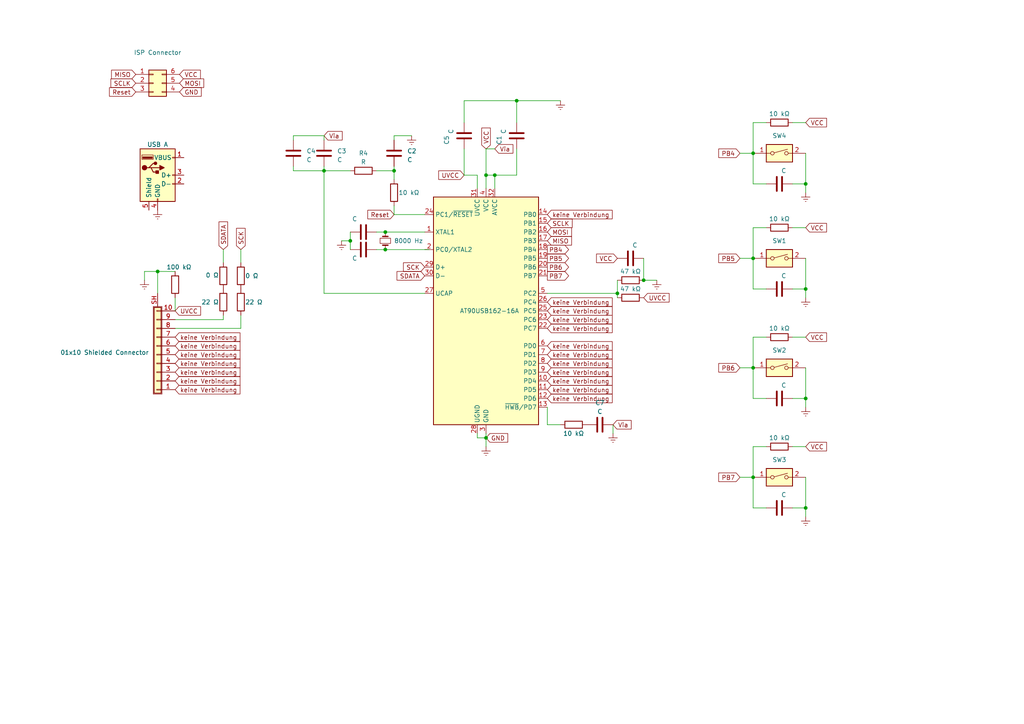
<source format=kicad_sch>
(kicad_sch (version 20230121) (generator eeschema)

  (uuid 810b4de2-00e2-4f50-9a7e-e0f8c361859d)

  (paper "A4")

  (lib_symbols
    (symbol "Connector:USB_A" (pin_names (offset 1.016)) (in_bom yes) (on_board yes)
      (property "Reference" "J" (at -5.08 11.43 0)
        (effects (font (size 1.27 1.27)) (justify left))
      )
      (property "Value" "USB_A" (at -5.08 8.89 0)
        (effects (font (size 1.27 1.27)) (justify left))
      )
      (property "Footprint" "" (at 3.81 -1.27 0)
        (effects (font (size 1.27 1.27)) hide)
      )
      (property "Datasheet" " ~" (at 3.81 -1.27 0)
        (effects (font (size 1.27 1.27)) hide)
      )
      (property "ki_keywords" "connector USB" (at 0 0 0)
        (effects (font (size 1.27 1.27)) hide)
      )
      (property "ki_description" "USB Type A connector" (at 0 0 0)
        (effects (font (size 1.27 1.27)) hide)
      )
      (property "ki_fp_filters" "USB*" (at 0 0 0)
        (effects (font (size 1.27 1.27)) hide)
      )
      (symbol "USB_A_0_1"
        (rectangle (start -5.08 -7.62) (end 5.08 7.62)
          (stroke (width 0.254) (type default))
          (fill (type background))
        )
        (circle (center -3.81 2.159) (radius 0.635)
          (stroke (width 0.254) (type default))
          (fill (type outline))
        )
        (rectangle (start -1.524 4.826) (end -4.318 5.334)
          (stroke (width 0) (type default))
          (fill (type outline))
        )
        (rectangle (start -1.27 4.572) (end -4.572 5.842)
          (stroke (width 0) (type default))
          (fill (type none))
        )
        (circle (center -0.635 3.429) (radius 0.381)
          (stroke (width 0.254) (type default))
          (fill (type outline))
        )
        (rectangle (start -0.127 -7.62) (end 0.127 -6.858)
          (stroke (width 0) (type default))
          (fill (type none))
        )
        (polyline
          (pts
            (xy -3.175 2.159)
            (xy -2.54 2.159)
            (xy -1.27 3.429)
            (xy -0.635 3.429)
          )
          (stroke (width 0.254) (type default))
          (fill (type none))
        )
        (polyline
          (pts
            (xy -2.54 2.159)
            (xy -1.905 2.159)
            (xy -1.27 0.889)
            (xy 0 0.889)
          )
          (stroke (width 0.254) (type default))
          (fill (type none))
        )
        (polyline
          (pts
            (xy 0.635 2.794)
            (xy 0.635 1.524)
            (xy 1.905 2.159)
            (xy 0.635 2.794)
          )
          (stroke (width 0.254) (type default))
          (fill (type outline))
        )
        (rectangle (start 0.254 1.27) (end -0.508 0.508)
          (stroke (width 0.254) (type default))
          (fill (type outline))
        )
        (rectangle (start 5.08 -2.667) (end 4.318 -2.413)
          (stroke (width 0) (type default))
          (fill (type none))
        )
        (rectangle (start 5.08 -0.127) (end 4.318 0.127)
          (stroke (width 0) (type default))
          (fill (type none))
        )
        (rectangle (start 5.08 4.953) (end 4.318 5.207)
          (stroke (width 0) (type default))
          (fill (type none))
        )
      )
      (symbol "USB_A_1_1"
        (polyline
          (pts
            (xy -1.905 2.159)
            (xy 0.635 2.159)
          )
          (stroke (width 0.254) (type default))
          (fill (type none))
        )
        (pin power_in line (at 7.62 5.08 180) (length 2.54)
          (name "VBUS" (effects (font (size 1.27 1.27))))
          (number "1" (effects (font (size 1.27 1.27))))
        )
        (pin bidirectional line (at 7.62 -2.54 180) (length 2.54)
          (name "D-" (effects (font (size 1.27 1.27))))
          (number "2" (effects (font (size 1.27 1.27))))
        )
        (pin bidirectional line (at 7.62 0 180) (length 2.54)
          (name "D+" (effects (font (size 1.27 1.27))))
          (number "3" (effects (font (size 1.27 1.27))))
        )
        (pin power_in line (at 0 -10.16 90) (length 2.54)
          (name "GND" (effects (font (size 1.27 1.27))))
          (number "4" (effects (font (size 1.27 1.27))))
        )
        (pin passive line (at -2.54 -10.16 90) (length 2.54)
          (name "Shield" (effects (font (size 1.27 1.27))))
          (number "5" (effects (font (size 1.27 1.27))))
        )
      )
    )
    (symbol "Connector_Generic:Conn_02x03_Counter_Clockwise" (pin_names (offset 1.016) hide) (in_bom yes) (on_board yes)
      (property "Reference" "J" (at 1.27 5.08 0)
        (effects (font (size 1.27 1.27)))
      )
      (property "Value" "Conn_02x03_Counter_Clockwise" (at 1.27 -5.08 0)
        (effects (font (size 1.27 1.27)))
      )
      (property "Footprint" "" (at 0 0 0)
        (effects (font (size 1.27 1.27)) hide)
      )
      (property "Datasheet" "~" (at 0 0 0)
        (effects (font (size 1.27 1.27)) hide)
      )
      (property "ki_keywords" "connector" (at 0 0 0)
        (effects (font (size 1.27 1.27)) hide)
      )
      (property "ki_description" "Generic connector, double row, 02x03, counter clockwise pin numbering scheme (similar to DIP package numbering), script generated (kicad-library-utils/schlib/autogen/connector/)" (at 0 0 0)
        (effects (font (size 1.27 1.27)) hide)
      )
      (property "ki_fp_filters" "Connector*:*_2x??_*" (at 0 0 0)
        (effects (font (size 1.27 1.27)) hide)
      )
      (symbol "Conn_02x03_Counter_Clockwise_1_1"
        (rectangle (start -1.27 -2.413) (end 0 -2.667)
          (stroke (width 0.1524) (type default))
          (fill (type none))
        )
        (rectangle (start -1.27 0.127) (end 0 -0.127)
          (stroke (width 0.1524) (type default))
          (fill (type none))
        )
        (rectangle (start -1.27 2.667) (end 0 2.413)
          (stroke (width 0.1524) (type default))
          (fill (type none))
        )
        (rectangle (start -1.27 3.81) (end 3.81 -3.81)
          (stroke (width 0.254) (type default))
          (fill (type background))
        )
        (rectangle (start 3.81 -2.413) (end 2.54 -2.667)
          (stroke (width 0.1524) (type default))
          (fill (type none))
        )
        (rectangle (start 3.81 0.127) (end 2.54 -0.127)
          (stroke (width 0.1524) (type default))
          (fill (type none))
        )
        (rectangle (start 3.81 2.667) (end 2.54 2.413)
          (stroke (width 0.1524) (type default))
          (fill (type none))
        )
        (pin passive line (at -5.08 2.54 0) (length 3.81)
          (name "Pin_1" (effects (font (size 1.27 1.27))))
          (number "1" (effects (font (size 1.27 1.27))))
        )
        (pin passive line (at -5.08 0 0) (length 3.81)
          (name "Pin_2" (effects (font (size 1.27 1.27))))
          (number "2" (effects (font (size 1.27 1.27))))
        )
        (pin passive line (at -5.08 -2.54 0) (length 3.81)
          (name "Pin_3" (effects (font (size 1.27 1.27))))
          (number "3" (effects (font (size 1.27 1.27))))
        )
        (pin passive line (at 7.62 -2.54 180) (length 3.81)
          (name "Pin_4" (effects (font (size 1.27 1.27))))
          (number "4" (effects (font (size 1.27 1.27))))
        )
        (pin passive line (at 7.62 0 180) (length 3.81)
          (name "Pin_5" (effects (font (size 1.27 1.27))))
          (number "5" (effects (font (size 1.27 1.27))))
        )
        (pin passive line (at 7.62 2.54 180) (length 3.81)
          (name "Pin_6" (effects (font (size 1.27 1.27))))
          (number "6" (effects (font (size 1.27 1.27))))
        )
      )
    )
    (symbol "Connector_Generic_Shielded:Conn_01x10_Shielded" (pin_names (offset 1.016) hide) (in_bom yes) (on_board yes)
      (property "Reference" "J" (at 0.254 12.446 0)
        (effects (font (size 1.27 1.27)))
      )
      (property "Value" "Conn_01x10_Shielded" (at 1.016 -14.986 0)
        (effects (font (size 1.27 1.27)) (justify left))
      )
      (property "Footprint" "" (at 0 0 0)
        (effects (font (size 1.27 1.27)) hide)
      )
      (property "Datasheet" "~" (at 0 0 0)
        (effects (font (size 1.27 1.27)) hide)
      )
      (property "ki_keywords" "connector" (at 0 0 0)
        (effects (font (size 1.27 1.27)) hide)
      )
      (property "ki_description" "Generic shielded connector, single row, 01x10, script generated (kicad-library-utils/schlib/autogen/connector/)" (at 0 0 0)
        (effects (font (size 1.27 1.27)) hide)
      )
      (property "ki_fp_filters" "Connector*:*_1x??-1SH*" (at 0 0 0)
        (effects (font (size 1.27 1.27)) hide)
      )
      (symbol "Conn_01x10_Shielded_1_1"
        (rectangle (start -1.27 11.43) (end 1.27 -13.97)
          (stroke (width 0.1524) (type default))
          (fill (type none))
        )
        (rectangle (start -1.016 -12.573) (end 0.254 -12.827)
          (stroke (width 0.1524) (type default))
          (fill (type none))
        )
        (rectangle (start -1.016 -10.033) (end 0.254 -10.287)
          (stroke (width 0.1524) (type default))
          (fill (type none))
        )
        (rectangle (start -1.016 -7.493) (end 0.254 -7.747)
          (stroke (width 0.1524) (type default))
          (fill (type none))
        )
        (rectangle (start -1.016 -4.953) (end 0.254 -5.207)
          (stroke (width 0.1524) (type default))
          (fill (type none))
        )
        (rectangle (start -1.016 -2.413) (end 0.254 -2.667)
          (stroke (width 0.1524) (type default))
          (fill (type none))
        )
        (rectangle (start -1.016 0.127) (end 0.254 -0.127)
          (stroke (width 0.1524) (type default))
          (fill (type none))
        )
        (rectangle (start -1.016 2.667) (end 0.254 2.413)
          (stroke (width 0.1524) (type default))
          (fill (type none))
        )
        (rectangle (start -1.016 5.207) (end 0.254 4.953)
          (stroke (width 0.1524) (type default))
          (fill (type none))
        )
        (rectangle (start -1.016 7.747) (end 0.254 7.493)
          (stroke (width 0.1524) (type default))
          (fill (type none))
        )
        (rectangle (start -1.016 10.287) (end 0.254 10.033)
          (stroke (width 0.1524) (type default))
          (fill (type none))
        )
        (rectangle (start -1.016 11.176) (end 1.016 -13.716)
          (stroke (width 0.254) (type default))
          (fill (type background))
        )
        (pin passive line (at -5.08 10.16 0) (length 4.064)
          (name "Pin_1" (effects (font (size 1.27 1.27))))
          (number "1" (effects (font (size 1.27 1.27))))
        )
        (pin passive line (at -5.08 -12.7 0) (length 4.064)
          (name "Pin_10" (effects (font (size 1.27 1.27))))
          (number "10" (effects (font (size 1.27 1.27))))
        )
        (pin passive line (at -5.08 7.62 0) (length 4.064)
          (name "Pin_2" (effects (font (size 1.27 1.27))))
          (number "2" (effects (font (size 1.27 1.27))))
        )
        (pin passive line (at -5.08 5.08 0) (length 4.064)
          (name "Pin_3" (effects (font (size 1.27 1.27))))
          (number "3" (effects (font (size 1.27 1.27))))
        )
        (pin passive line (at -5.08 2.54 0) (length 4.064)
          (name "Pin_4" (effects (font (size 1.27 1.27))))
          (number "4" (effects (font (size 1.27 1.27))))
        )
        (pin passive line (at -5.08 0 0) (length 4.064)
          (name "Pin_5" (effects (font (size 1.27 1.27))))
          (number "5" (effects (font (size 1.27 1.27))))
        )
        (pin passive line (at -5.08 -2.54 0) (length 4.064)
          (name "Pin_6" (effects (font (size 1.27 1.27))))
          (number "6" (effects (font (size 1.27 1.27))))
        )
        (pin passive line (at -5.08 -5.08 0) (length 4.064)
          (name "Pin_7" (effects (font (size 1.27 1.27))))
          (number "7" (effects (font (size 1.27 1.27))))
        )
        (pin passive line (at -5.08 -7.62 0) (length 4.064)
          (name "Pin_8" (effects (font (size 1.27 1.27))))
          (number "8" (effects (font (size 1.27 1.27))))
        )
        (pin passive line (at -5.08 -10.16 0) (length 4.064)
          (name "Pin_9" (effects (font (size 1.27 1.27))))
          (number "9" (effects (font (size 1.27 1.27))))
        )
        (pin passive line (at 0 -17.78 90) (length 3.81)
          (name "Shield" (effects (font (size 1.27 1.27))))
          (number "SH" (effects (font (size 1.27 1.27))))
        )
      )
    )
    (symbol "Device:C" (pin_numbers hide) (pin_names (offset 0.254)) (in_bom yes) (on_board yes)
      (property "Reference" "C" (at 0.635 2.54 0)
        (effects (font (size 1.27 1.27)) (justify left))
      )
      (property "Value" "C" (at 0.635 -2.54 0)
        (effects (font (size 1.27 1.27)) (justify left))
      )
      (property "Footprint" "" (at 0.9652 -3.81 0)
        (effects (font (size 1.27 1.27)) hide)
      )
      (property "Datasheet" "~" (at 0 0 0)
        (effects (font (size 1.27 1.27)) hide)
      )
      (property "ki_keywords" "cap capacitor" (at 0 0 0)
        (effects (font (size 1.27 1.27)) hide)
      )
      (property "ki_description" "Unpolarized capacitor" (at 0 0 0)
        (effects (font (size 1.27 1.27)) hide)
      )
      (property "ki_fp_filters" "C_*" (at 0 0 0)
        (effects (font (size 1.27 1.27)) hide)
      )
      (symbol "C_0_1"
        (polyline
          (pts
            (xy -2.032 -0.762)
            (xy 2.032 -0.762)
          )
          (stroke (width 0.508) (type default))
          (fill (type none))
        )
        (polyline
          (pts
            (xy -2.032 0.762)
            (xy 2.032 0.762)
          )
          (stroke (width 0.508) (type default))
          (fill (type none))
        )
      )
      (symbol "C_1_1"
        (pin passive line (at 0 3.81 270) (length 2.794)
          (name "~" (effects (font (size 1.27 1.27))))
          (number "1" (effects (font (size 1.27 1.27))))
        )
        (pin passive line (at 0 -3.81 90) (length 2.794)
          (name "~" (effects (font (size 1.27 1.27))))
          (number "2" (effects (font (size 1.27 1.27))))
        )
      )
    )
    (symbol "Device:Crystal_Small" (pin_numbers hide) (pin_names (offset 1.016) hide) (in_bom yes) (on_board yes)
      (property "Reference" "Y" (at 0 2.54 0)
        (effects (font (size 1.27 1.27)))
      )
      (property "Value" "Crystal_Small" (at 0 -2.54 0)
        (effects (font (size 1.27 1.27)))
      )
      (property "Footprint" "" (at 0 0 0)
        (effects (font (size 1.27 1.27)) hide)
      )
      (property "Datasheet" "~" (at 0 0 0)
        (effects (font (size 1.27 1.27)) hide)
      )
      (property "ki_keywords" "quartz ceramic resonator oscillator" (at 0 0 0)
        (effects (font (size 1.27 1.27)) hide)
      )
      (property "ki_description" "Two pin crystal, small symbol" (at 0 0 0)
        (effects (font (size 1.27 1.27)) hide)
      )
      (property "ki_fp_filters" "Crystal*" (at 0 0 0)
        (effects (font (size 1.27 1.27)) hide)
      )
      (symbol "Crystal_Small_0_1"
        (rectangle (start -0.762 -1.524) (end 0.762 1.524)
          (stroke (width 0) (type default))
          (fill (type none))
        )
        (polyline
          (pts
            (xy -1.27 -0.762)
            (xy -1.27 0.762)
          )
          (stroke (width 0.381) (type default))
          (fill (type none))
        )
        (polyline
          (pts
            (xy 1.27 -0.762)
            (xy 1.27 0.762)
          )
          (stroke (width 0.381) (type default))
          (fill (type none))
        )
      )
      (symbol "Crystal_Small_1_1"
        (pin passive line (at -2.54 0 0) (length 1.27)
          (name "1" (effects (font (size 1.27 1.27))))
          (number "1" (effects (font (size 1.27 1.27))))
        )
        (pin passive line (at 2.54 0 180) (length 1.27)
          (name "2" (effects (font (size 1.27 1.27))))
          (number "2" (effects (font (size 1.27 1.27))))
        )
      )
    )
    (symbol "Device:R" (pin_numbers hide) (pin_names (offset 0)) (in_bom yes) (on_board yes)
      (property "Reference" "R" (at 2.032 0 90)
        (effects (font (size 1.27 1.27)))
      )
      (property "Value" "R" (at 0 0 90)
        (effects (font (size 1.27 1.27)))
      )
      (property "Footprint" "" (at -1.778 0 90)
        (effects (font (size 1.27 1.27)) hide)
      )
      (property "Datasheet" "~" (at 0 0 0)
        (effects (font (size 1.27 1.27)) hide)
      )
      (property "ki_keywords" "R res resistor" (at 0 0 0)
        (effects (font (size 1.27 1.27)) hide)
      )
      (property "ki_description" "Resistor" (at 0 0 0)
        (effects (font (size 1.27 1.27)) hide)
      )
      (property "ki_fp_filters" "R_*" (at 0 0 0)
        (effects (font (size 1.27 1.27)) hide)
      )
      (symbol "R_0_1"
        (rectangle (start -1.016 -2.54) (end 1.016 2.54)
          (stroke (width 0.254) (type default))
          (fill (type none))
        )
      )
      (symbol "R_1_1"
        (pin passive line (at 0 3.81 270) (length 1.27)
          (name "~" (effects (font (size 1.27 1.27))))
          (number "1" (effects (font (size 1.27 1.27))))
        )
        (pin passive line (at 0 -3.81 90) (length 1.27)
          (name "~" (effects (font (size 1.27 1.27))))
          (number "2" (effects (font (size 1.27 1.27))))
        )
      )
    )
    (symbol "MCU_Microchip_AVR:AT90USB162-16A" (in_bom yes) (on_board yes)
      (property "Reference" "U" (at -15.24 34.29 0)
        (effects (font (size 1.27 1.27)) (justify left bottom))
      )
      (property "Value" "AT90USB162-16A" (at 2.54 -34.29 0)
        (effects (font (size 1.27 1.27)) (justify left top))
      )
      (property "Footprint" "Package_QFP:TQFP-32_7x7mm_P0.8mm" (at 0 0 0)
        (effects (font (size 1.27 1.27) italic) hide)
      )
      (property "Datasheet" "http://ww1.microchip.com/downloads/en/DeviceDoc/doc7707.pdf" (at 0 0 0)
        (effects (font (size 1.27 1.27)) hide)
      )
      (property "ki_keywords" "AVR 8bit Microcontroller USB" (at 0 0 0)
        (effects (font (size 1.27 1.27)) hide)
      )
      (property "ki_description" "16MHz, 16kB Flash, 512B SRAM, 512B EEPROM, USB 2.0, TQFP-32" (at 0 0 0)
        (effects (font (size 1.27 1.27)) hide)
      )
      (property "ki_fp_filters" "TQFP*7x7mm*P0.8mm*" (at 0 0 0)
        (effects (font (size 1.27 1.27)) hide)
      )
      (symbol "AT90USB162-16A_0_1"
        (rectangle (start -15.24 -33.02) (end 15.24 33.02)
          (stroke (width 0.254) (type default))
          (fill (type background))
        )
      )
      (symbol "AT90USB162-16A_1_1"
        (pin input line (at -17.78 22.86 0) (length 2.54)
          (name "XTAL1" (effects (font (size 1.27 1.27))))
          (number "1" (effects (font (size 1.27 1.27))))
        )
        (pin bidirectional line (at 17.78 -20.32 180) (length 2.54)
          (name "PD4" (effects (font (size 1.27 1.27))))
          (number "10" (effects (font (size 1.27 1.27))))
        )
        (pin bidirectional line (at 17.78 -22.86 180) (length 2.54)
          (name "PD5" (effects (font (size 1.27 1.27))))
          (number "11" (effects (font (size 1.27 1.27))))
        )
        (pin bidirectional line (at 17.78 -25.4 180) (length 2.54)
          (name "PD6" (effects (font (size 1.27 1.27))))
          (number "12" (effects (font (size 1.27 1.27))))
        )
        (pin bidirectional line (at 17.78 -27.94 180) (length 2.54)
          (name "~{HWB}/PD7" (effects (font (size 1.27 1.27))))
          (number "13" (effects (font (size 1.27 1.27))))
        )
        (pin bidirectional line (at 17.78 27.94 180) (length 2.54)
          (name "PB0" (effects (font (size 1.27 1.27))))
          (number "14" (effects (font (size 1.27 1.27))))
        )
        (pin bidirectional line (at 17.78 25.4 180) (length 2.54)
          (name "PB1" (effects (font (size 1.27 1.27))))
          (number "15" (effects (font (size 1.27 1.27))))
        )
        (pin bidirectional line (at 17.78 22.86 180) (length 2.54)
          (name "PB2" (effects (font (size 1.27 1.27))))
          (number "16" (effects (font (size 1.27 1.27))))
        )
        (pin bidirectional line (at 17.78 20.32 180) (length 2.54)
          (name "PB3" (effects (font (size 1.27 1.27))))
          (number "17" (effects (font (size 1.27 1.27))))
        )
        (pin bidirectional line (at 17.78 17.78 180) (length 2.54)
          (name "PB4" (effects (font (size 1.27 1.27))))
          (number "18" (effects (font (size 1.27 1.27))))
        )
        (pin bidirectional line (at 17.78 15.24 180) (length 2.54)
          (name "PB5" (effects (font (size 1.27 1.27))))
          (number "19" (effects (font (size 1.27 1.27))))
        )
        (pin bidirectional line (at -17.78 17.78 0) (length 2.54)
          (name "PC0/XTAL2" (effects (font (size 1.27 1.27))))
          (number "2" (effects (font (size 1.27 1.27))))
        )
        (pin bidirectional line (at 17.78 12.7 180) (length 2.54)
          (name "PB6" (effects (font (size 1.27 1.27))))
          (number "20" (effects (font (size 1.27 1.27))))
        )
        (pin bidirectional line (at 17.78 10.16 180) (length 2.54)
          (name "PB7" (effects (font (size 1.27 1.27))))
          (number "21" (effects (font (size 1.27 1.27))))
        )
        (pin bidirectional line (at 17.78 -5.08 180) (length 2.54)
          (name "PC7" (effects (font (size 1.27 1.27))))
          (number "22" (effects (font (size 1.27 1.27))))
        )
        (pin bidirectional line (at 17.78 -2.54 180) (length 2.54)
          (name "PC6" (effects (font (size 1.27 1.27))))
          (number "23" (effects (font (size 1.27 1.27))))
        )
        (pin bidirectional line (at -17.78 27.94 0) (length 2.54)
          (name "PC1/~{RESET}" (effects (font (size 1.27 1.27))))
          (number "24" (effects (font (size 1.27 1.27))))
        )
        (pin bidirectional line (at 17.78 0 180) (length 2.54)
          (name "PC5" (effects (font (size 1.27 1.27))))
          (number "25" (effects (font (size 1.27 1.27))))
        )
        (pin bidirectional line (at 17.78 2.54 180) (length 2.54)
          (name "PC4" (effects (font (size 1.27 1.27))))
          (number "26" (effects (font (size 1.27 1.27))))
        )
        (pin passive line (at -17.78 5.08 0) (length 2.54)
          (name "UCAP" (effects (font (size 1.27 1.27))))
          (number "27" (effects (font (size 1.27 1.27))))
        )
        (pin power_in line (at -2.54 -35.56 90) (length 2.54)
          (name "UGND" (effects (font (size 1.27 1.27))))
          (number "28" (effects (font (size 1.27 1.27))))
        )
        (pin bidirectional line (at -17.78 12.7 0) (length 2.54)
          (name "D+" (effects (font (size 1.27 1.27))))
          (number "29" (effects (font (size 1.27 1.27))))
        )
        (pin power_in line (at 0 -35.56 90) (length 2.54)
          (name "GND" (effects (font (size 1.27 1.27))))
          (number "3" (effects (font (size 1.27 1.27))))
        )
        (pin bidirectional line (at -17.78 10.16 0) (length 2.54)
          (name "D-" (effects (font (size 1.27 1.27))))
          (number "30" (effects (font (size 1.27 1.27))))
        )
        (pin power_in line (at -2.54 35.56 270) (length 2.54)
          (name "UVCC" (effects (font (size 1.27 1.27))))
          (number "31" (effects (font (size 1.27 1.27))))
        )
        (pin power_in line (at 2.54 35.56 270) (length 2.54)
          (name "AVCC" (effects (font (size 1.27 1.27))))
          (number "32" (effects (font (size 1.27 1.27))))
        )
        (pin power_in line (at 0 35.56 270) (length 2.54)
          (name "VCC" (effects (font (size 1.27 1.27))))
          (number "4" (effects (font (size 1.27 1.27))))
        )
        (pin bidirectional line (at 17.78 5.08 180) (length 2.54)
          (name "PC2" (effects (font (size 1.27 1.27))))
          (number "5" (effects (font (size 1.27 1.27))))
        )
        (pin bidirectional line (at 17.78 -10.16 180) (length 2.54)
          (name "PD0" (effects (font (size 1.27 1.27))))
          (number "6" (effects (font (size 1.27 1.27))))
        )
        (pin bidirectional line (at 17.78 -12.7 180) (length 2.54)
          (name "PD1" (effects (font (size 1.27 1.27))))
          (number "7" (effects (font (size 1.27 1.27))))
        )
        (pin bidirectional line (at 17.78 -15.24 180) (length 2.54)
          (name "PD2" (effects (font (size 1.27 1.27))))
          (number "8" (effects (font (size 1.27 1.27))))
        )
        (pin bidirectional line (at 17.78 -17.78 180) (length 2.54)
          (name "PD3" (effects (font (size 1.27 1.27))))
          (number "9" (effects (font (size 1.27 1.27))))
        )
      )
    )
    (symbol "Switch:SW_DIP_x01" (pin_names (offset 0) hide) (in_bom yes) (on_board yes)
      (property "Reference" "SW" (at 0 3.81 0)
        (effects (font (size 1.27 1.27)))
      )
      (property "Value" "SW_DIP_x01" (at 0 -3.81 0)
        (effects (font (size 1.27 1.27)))
      )
      (property "Footprint" "" (at 0 0 0)
        (effects (font (size 1.27 1.27)) hide)
      )
      (property "Datasheet" "~" (at 0 0 0)
        (effects (font (size 1.27 1.27)) hide)
      )
      (property "ki_keywords" "dip switch" (at 0 0 0)
        (effects (font (size 1.27 1.27)) hide)
      )
      (property "ki_description" "1x DIP Switch, Single Pole Single Throw (SPST) switch, small symbol" (at 0 0 0)
        (effects (font (size 1.27 1.27)) hide)
      )
      (property "ki_fp_filters" "SW?DIP?x1*" (at 0 0 0)
        (effects (font (size 1.27 1.27)) hide)
      )
      (symbol "SW_DIP_x01_0_0"
        (circle (center -2.032 0) (radius 0.508)
          (stroke (width 0) (type default))
          (fill (type none))
        )
        (polyline
          (pts
            (xy -1.524 0.127)
            (xy 2.3622 1.1684)
          )
          (stroke (width 0) (type default))
          (fill (type none))
        )
        (circle (center 2.032 0) (radius 0.508)
          (stroke (width 0) (type default))
          (fill (type none))
        )
      )
      (symbol "SW_DIP_x01_0_1"
        (rectangle (start -3.81 2.54) (end 3.81 -2.54)
          (stroke (width 0.254) (type default))
          (fill (type background))
        )
      )
      (symbol "SW_DIP_x01_1_1"
        (pin passive line (at -7.62 0 0) (length 5.08)
          (name "~" (effects (font (size 1.27 1.27))))
          (number "1" (effects (font (size 1.27 1.27))))
        )
        (pin passive line (at 7.62 0 180) (length 5.08)
          (name "~" (effects (font (size 1.27 1.27))))
          (number "2" (effects (font (size 1.27 1.27))))
        )
      )
    )
    (symbol "power:Earth" (power) (pin_names (offset 0)) (in_bom yes) (on_board yes)
      (property "Reference" "#PWR" (at 0 -6.35 0)
        (effects (font (size 1.27 1.27)) hide)
      )
      (property "Value" "Earth" (at 0 -3.81 0)
        (effects (font (size 1.27 1.27)) hide)
      )
      (property "Footprint" "" (at 0 0 0)
        (effects (font (size 1.27 1.27)) hide)
      )
      (property "Datasheet" "~" (at 0 0 0)
        (effects (font (size 1.27 1.27)) hide)
      )
      (property "ki_keywords" "global ground gnd" (at 0 0 0)
        (effects (font (size 1.27 1.27)) hide)
      )
      (property "ki_description" "Power symbol creates a global label with name \"Earth\"" (at 0 0 0)
        (effects (font (size 1.27 1.27)) hide)
      )
      (symbol "Earth_0_1"
        (polyline
          (pts
            (xy -0.635 -1.905)
            (xy 0.635 -1.905)
          )
          (stroke (width 0) (type default))
          (fill (type none))
        )
        (polyline
          (pts
            (xy -0.127 -2.54)
            (xy 0.127 -2.54)
          )
          (stroke (width 0) (type default))
          (fill (type none))
        )
        (polyline
          (pts
            (xy 0 -1.27)
            (xy 0 0)
          )
          (stroke (width 0) (type default))
          (fill (type none))
        )
        (polyline
          (pts
            (xy 1.27 -1.27)
            (xy -1.27 -1.27)
          )
          (stroke (width 0) (type default))
          (fill (type none))
        )
      )
      (symbol "Earth_1_1"
        (pin power_in line (at 0 0 270) (length 0) hide
          (name "Earth" (effects (font (size 1.27 1.27))))
          (number "1" (effects (font (size 1.27 1.27))))
        )
      )
    )
  )

  (junction (at 143.51 50.8) (diameter 0) (color 0 0 0 0)
    (uuid 10dc241e-ada1-42cd-ad61-8fc1531c634e)
  )
  (junction (at 101.6 69.85) (diameter 0) (color 0 0 0 0)
    (uuid 1207edba-4224-4955-a638-836ae65ad816)
  )
  (junction (at 218.44 106.68) (diameter 0) (color 0 0 0 0)
    (uuid 2f29f464-c679-4e4c-87ee-5b57d0e7a957)
  )
  (junction (at 140.97 50.8) (diameter 0) (color 0 0 0 0)
    (uuid 3e13c22a-cf58-4977-be55-47f519a1f4f3)
  )
  (junction (at 233.68 53.34) (diameter 0) (color 0 0 0 0)
    (uuid 411592c8-3b9f-4ecf-8089-fdadac9a2e55)
  )
  (junction (at 111.76 67.31) (diameter 0) (color 0 0 0 0)
    (uuid 46bddc2e-121c-483c-bddf-8744ed80bb1c)
  )
  (junction (at 218.44 74.93) (diameter 0) (color 0 0 0 0)
    (uuid 50eb0867-17da-4765-9b5a-b67bf5766252)
  )
  (junction (at 93.98 49.53) (diameter 0) (color 0 0 0 0)
    (uuid 58bc5647-abf7-4d4f-8ec2-6c0f33dd5b25)
  )
  (junction (at 233.68 83.82) (diameter 0) (color 0 0 0 0)
    (uuid 75256187-b84e-4d4c-867a-da8e0b1e8c27)
  )
  (junction (at 114.3 49.53) (diameter 0) (color 0 0 0 0)
    (uuid 7ca7cceb-e1af-434d-b17c-25bb26e33db5)
  )
  (junction (at 140.97 127) (diameter 0) (color 0 0 0 0)
    (uuid 8f9dfab2-bd30-4639-aac3-4e8f23fb4722)
  )
  (junction (at 218.44 138.43) (diameter 0) (color 0 0 0 0)
    (uuid 91ac8365-fafa-4ca7-9098-c9cde30ff39a)
  )
  (junction (at 111.76 72.39) (diameter 0) (color 0 0 0 0)
    (uuid 932fda32-b49e-497f-b745-067eb5ae0ec3)
  )
  (junction (at 218.44 44.45) (diameter 0) (color 0 0 0 0)
    (uuid a5175502-a17d-49dc-99c1-98cfe2de4dc0)
  )
  (junction (at 233.68 147.32) (diameter 0) (color 0 0 0 0)
    (uuid bd64dba2-4f46-499f-a270-ac317748f8e6)
  )
  (junction (at 45.72 78.74) (diameter 0) (color 0 0 0 0)
    (uuid be3ef7e9-0f19-4e30-b137-d3d7d46aa70e)
  )
  (junction (at 233.68 115.57) (diameter 0) (color 0 0 0 0)
    (uuid be6d4e09-3f75-424c-bd98-6778be321c63)
  )
  (junction (at 179.07 85.09) (diameter 0) (color 0 0 0 0)
    (uuid de9a5e49-3a15-4083-81c2-8c1e26f1ce75)
  )
  (junction (at 149.86 29.21) (diameter 0) (color 0 0 0 0)
    (uuid e4a34c15-8602-4d91-b75a-9fff6e426a18)
  )
  (junction (at 186.69 81.28) (diameter 0) (color 0 0 0 0)
    (uuid f153c03d-47d5-4866-98fb-441c07ba983b)
  )

  (wire (pts (xy 109.22 72.39) (xy 111.76 72.39))
    (stroke (width 0) (type default))
    (uuid 00b4a8ac-d537-4458-b105-fd080e308d97)
  )
  (wire (pts (xy 158.75 118.11) (xy 158.75 123.19))
    (stroke (width 0) (type default))
    (uuid 04823277-c44b-41d2-a5c5-4b226939d3a6)
  )
  (wire (pts (xy 134.62 43.18) (xy 134.62 50.8))
    (stroke (width 0) (type default))
    (uuid 04c2c095-8272-460e-9ca9-2b202dce40f5)
  )
  (wire (pts (xy 222.25 147.32) (xy 218.44 147.32))
    (stroke (width 0) (type default))
    (uuid 08877e3a-24e1-419c-bd52-e461366412b1)
  )
  (wire (pts (xy 143.51 43.18) (xy 140.97 43.18))
    (stroke (width 0) (type default))
    (uuid 09bdba62-dbe6-45a8-b582-3c18d5864e18)
  )
  (wire (pts (xy 233.68 55.88) (xy 233.68 53.34))
    (stroke (width 0) (type default))
    (uuid 0a90eb38-c3c1-48d9-8148-e3562ddac22c)
  )
  (wire (pts (xy 41.91 78.74) (xy 41.91 81.28))
    (stroke (width 0) (type default))
    (uuid 0b98080c-57c5-489b-ba5e-bf981385fe5b)
  )
  (wire (pts (xy 69.85 95.25) (xy 69.85 91.44))
    (stroke (width 0) (type default))
    (uuid 0ec9b235-4028-4582-b8db-517c865fc464)
  )
  (wire (pts (xy 109.22 67.31) (xy 111.76 67.31))
    (stroke (width 0) (type default))
    (uuid 0fa4b220-7b4e-4a42-9e34-7789eba96698)
  )
  (wire (pts (xy 149.86 50.8) (xy 143.51 50.8))
    (stroke (width 0) (type default))
    (uuid 1091cb79-d6f8-4dda-85ae-3254285193fb)
  )
  (wire (pts (xy 177.8 125.73) (xy 177.8 123.19))
    (stroke (width 0) (type default))
    (uuid 110bfaf6-e072-48fb-a15a-3bda47a24e6c)
  )
  (wire (pts (xy 111.76 67.31) (xy 123.19 67.31))
    (stroke (width 0) (type default))
    (uuid 11514b6d-4dbe-482f-a98d-ac3e63ccad65)
  )
  (wire (pts (xy 45.72 78.74) (xy 50.8 78.74))
    (stroke (width 0) (type default))
    (uuid 131f8dbd-aa88-4801-a412-10624422b76d)
  )
  (wire (pts (xy 114.3 39.37) (xy 114.3 40.64))
    (stroke (width 0) (type default))
    (uuid 1930a7cb-d552-47a0-8116-39e5cfa371aa)
  )
  (wire (pts (xy 93.98 85.09) (xy 93.98 49.53))
    (stroke (width 0) (type default))
    (uuid 1bf40c81-80b2-4418-b280-1cde5103a4e5)
  )
  (wire (pts (xy 149.86 43.18) (xy 149.86 50.8))
    (stroke (width 0) (type default))
    (uuid 21bbc5e0-29e0-4db0-b257-cc8e91fb8fea)
  )
  (wire (pts (xy 222.25 35.56) (xy 218.44 35.56))
    (stroke (width 0) (type default))
    (uuid 23a69c78-2e86-4b2c-8da6-972f142ebbf0)
  )
  (wire (pts (xy 85.09 49.53) (xy 93.98 49.53))
    (stroke (width 0) (type default))
    (uuid 24907864-63df-45d7-a7a8-13a8d5dd7939)
  )
  (wire (pts (xy 229.87 83.82) (xy 233.68 83.82))
    (stroke (width 0) (type default))
    (uuid 294fb9b4-187b-4d07-bcf1-f3d51b668ec7)
  )
  (wire (pts (xy 50.8 95.25) (xy 69.85 95.25))
    (stroke (width 0) (type default))
    (uuid 2a86752e-c078-4ade-93ad-afab8205f22c)
  )
  (wire (pts (xy 119.38 39.37) (xy 114.3 39.37))
    (stroke (width 0) (type default))
    (uuid 3034ef04-f7f0-435a-8ade-59f4e087ce62)
  )
  (wire (pts (xy 229.87 35.56) (xy 233.68 35.56))
    (stroke (width 0) (type default))
    (uuid 31619be7-cb2a-4a7a-82a9-3bdd35b00532)
  )
  (wire (pts (xy 214.63 106.68) (xy 218.44 106.68))
    (stroke (width 0) (type default))
    (uuid 381b2905-89d1-4869-901f-b269570a32f9)
  )
  (wire (pts (xy 149.86 29.21) (xy 149.86 35.56))
    (stroke (width 0) (type default))
    (uuid 3bba3bdd-49ac-417e-bba1-2813c13f7032)
  )
  (wire (pts (xy 214.63 44.45) (xy 218.44 44.45))
    (stroke (width 0) (type default))
    (uuid 3ee36ee9-4680-4d8a-9415-a9e5d0319837)
  )
  (wire (pts (xy 50.8 92.71) (xy 64.77 92.71))
    (stroke (width 0) (type default))
    (uuid 3fe4a079-fb5c-4cd7-9b3c-4be3a665cb1f)
  )
  (wire (pts (xy 140.97 50.8) (xy 143.51 50.8))
    (stroke (width 0) (type default))
    (uuid 409b5b94-6795-4490-8ff6-c1633800b85f)
  )
  (wire (pts (xy 123.19 85.09) (xy 93.98 85.09))
    (stroke (width 0) (type default))
    (uuid 4230ab3a-b88b-4664-b797-e205a6b6bee9)
  )
  (wire (pts (xy 140.97 43.18) (xy 140.97 50.8))
    (stroke (width 0) (type default))
    (uuid 4381f317-40ff-44ec-9a41-6a29cf2e9fb2)
  )
  (wire (pts (xy 101.6 69.85) (xy 101.6 72.39))
    (stroke (width 0) (type default))
    (uuid 4559784e-e6a9-4d59-9bca-3e7d16941e6d)
  )
  (wire (pts (xy 229.87 53.34) (xy 233.68 53.34))
    (stroke (width 0) (type default))
    (uuid 49808d31-bcd4-4e6d-8a9d-069cc8543f40)
  )
  (wire (pts (xy 140.97 50.8) (xy 140.97 54.61))
    (stroke (width 0) (type default))
    (uuid 4abbd07c-b57f-4327-9bbc-84290050d017)
  )
  (wire (pts (xy 134.62 35.56) (xy 134.62 29.21))
    (stroke (width 0) (type default))
    (uuid 4c2108a9-057e-4db9-9dd4-f82153d82a18)
  )
  (wire (pts (xy 229.87 115.57) (xy 233.68 115.57))
    (stroke (width 0) (type default))
    (uuid 4c999039-ba14-462e-94e0-8fe3d89b14b1)
  )
  (wire (pts (xy 99.06 69.85) (xy 101.6 69.85))
    (stroke (width 0) (type default))
    (uuid 4ce158fa-6f57-4780-b934-11e83558ef16)
  )
  (wire (pts (xy 138.43 125.73) (xy 138.43 127))
    (stroke (width 0) (type default))
    (uuid 4d1ff09e-95ca-4def-8198-610a6b7cfc8f)
  )
  (wire (pts (xy 158.75 123.19) (xy 162.56 123.19))
    (stroke (width 0) (type default))
    (uuid 50d37940-c3fb-484c-9a6f-bc209beef85e)
  )
  (wire (pts (xy 69.85 72.39) (xy 69.85 76.2))
    (stroke (width 0) (type default))
    (uuid 546204ae-5d9d-4d98-861f-03830261641b)
  )
  (wire (pts (xy 229.87 97.79) (xy 233.68 97.79))
    (stroke (width 0) (type default))
    (uuid 5d3e7019-210b-4cde-beb2-3a0ec4d512e5)
  )
  (wire (pts (xy 218.44 66.04) (xy 218.44 74.93))
    (stroke (width 0) (type default))
    (uuid 5e53f4ad-362d-4be6-8a07-eb3411547119)
  )
  (wire (pts (xy 101.6 67.31) (xy 101.6 69.85))
    (stroke (width 0) (type default))
    (uuid 5f79b220-026d-4618-9c61-ea8970b5dbe2)
  )
  (wire (pts (xy 45.72 78.74) (xy 41.91 78.74))
    (stroke (width 0) (type default))
    (uuid 609d3f50-cfa6-4cd5-9482-425ebde8ebde)
  )
  (wire (pts (xy 233.68 118.11) (xy 233.68 115.57))
    (stroke (width 0) (type default))
    (uuid 65c758e4-ae6c-4853-8ae6-855278b13afb)
  )
  (wire (pts (xy 114.3 49.53) (xy 114.3 52.07))
    (stroke (width 0) (type default))
    (uuid 69790578-cd6f-4704-bbf8-f23193f4db8f)
  )
  (wire (pts (xy 218.44 129.54) (xy 218.44 138.43))
    (stroke (width 0) (type default))
    (uuid 7055d7c1-1bcc-4e9d-9799-91ccb3df2972)
  )
  (wire (pts (xy 114.3 49.53) (xy 114.3 48.26))
    (stroke (width 0) (type default))
    (uuid 7867ef62-4890-48e7-938a-caeaa17e3c28)
  )
  (wire (pts (xy 186.69 81.28) (xy 190.5 81.28))
    (stroke (width 0) (type default))
    (uuid 7b998767-0f00-4469-9cf7-c04be0a695af)
  )
  (wire (pts (xy 64.77 72.39) (xy 64.77 76.2))
    (stroke (width 0) (type default))
    (uuid 7c4b9c00-5beb-403c-83f5-56ae2cc5fe68)
  )
  (wire (pts (xy 85.09 39.37) (xy 85.09 40.64))
    (stroke (width 0) (type default))
    (uuid 7c4e18b1-32c1-4712-af25-0c56486c3527)
  )
  (wire (pts (xy 218.44 53.34) (xy 218.44 44.45))
    (stroke (width 0) (type default))
    (uuid 806cbd0c-c2ef-40c7-90a5-f1b3b0da53ef)
  )
  (wire (pts (xy 93.98 48.26) (xy 93.98 49.53))
    (stroke (width 0) (type default))
    (uuid 8357f551-0a26-48a3-b3b4-c54fba241247)
  )
  (wire (pts (xy 140.97 127) (xy 140.97 129.54))
    (stroke (width 0) (type default))
    (uuid 8476294e-e30e-47bb-94f8-1e2ab564a510)
  )
  (wire (pts (xy 179.07 81.28) (xy 179.07 85.09))
    (stroke (width 0) (type default))
    (uuid 85445c09-7d5f-46ad-b305-29f1ba68ae25)
  )
  (wire (pts (xy 149.86 29.21) (xy 162.56 29.21))
    (stroke (width 0) (type default))
    (uuid 85826d23-f42c-441e-bf43-f2b9cf1d754f)
  )
  (wire (pts (xy 233.68 106.68) (xy 233.68 115.57))
    (stroke (width 0) (type default))
    (uuid 85e58234-95de-4b17-9740-646952977439)
  )
  (wire (pts (xy 138.43 50.8) (xy 138.43 54.61))
    (stroke (width 0) (type default))
    (uuid 86005010-2b24-4a54-ba37-f6d2c73d2ba6)
  )
  (wire (pts (xy 218.44 35.56) (xy 218.44 44.45))
    (stroke (width 0) (type default))
    (uuid 8636fe12-b055-4f31-b146-a580c7fe60e0)
  )
  (wire (pts (xy 143.51 50.8) (xy 143.51 54.61))
    (stroke (width 0) (type default))
    (uuid 8d94a77f-e542-40dc-afd9-cb50a2da2434)
  )
  (wire (pts (xy 222.25 66.04) (xy 218.44 66.04))
    (stroke (width 0) (type default))
    (uuid 8d99beba-a4e7-4807-8fcd-a66887536419)
  )
  (wire (pts (xy 222.25 97.79) (xy 218.44 97.79))
    (stroke (width 0) (type default))
    (uuid 8e38913b-98b6-4b36-ba5f-131f8ce818a4)
  )
  (wire (pts (xy 229.87 129.54) (xy 233.68 129.54))
    (stroke (width 0) (type default))
    (uuid 9333dab5-23fc-4b56-82c3-26343b3e50fa)
  )
  (wire (pts (xy 222.25 115.57) (xy 218.44 115.57))
    (stroke (width 0) (type default))
    (uuid 9de469a8-0f1f-4094-8215-c786ec64d4b8)
  )
  (wire (pts (xy 233.68 86.36) (xy 233.68 83.82))
    (stroke (width 0) (type default))
    (uuid a0c9afaf-9a6c-4bb5-8bd2-2499b7d21821)
  )
  (wire (pts (xy 138.43 127) (xy 140.97 127))
    (stroke (width 0) (type default))
    (uuid a7611fbf-38d6-405a-91e8-541af203e9c1)
  )
  (wire (pts (xy 233.68 74.93) (xy 233.68 83.82))
    (stroke (width 0) (type default))
    (uuid a8aafbd8-9419-4901-9261-0201d053294a)
  )
  (wire (pts (xy 111.76 72.39) (xy 124.46 72.39))
    (stroke (width 0) (type default))
    (uuid a8de6a6f-de1c-46d9-9e7a-c0c20d74bcb8)
  )
  (wire (pts (xy 218.44 115.57) (xy 218.44 106.68))
    (stroke (width 0) (type default))
    (uuid ac4883e3-5157-494a-9d83-7a1836e3aa4f)
  )
  (wire (pts (xy 134.62 29.21) (xy 149.86 29.21))
    (stroke (width 0) (type default))
    (uuid ae987244-6994-43d5-81b2-a99e3c56d2be)
  )
  (wire (pts (xy 229.87 66.04) (xy 233.68 66.04))
    (stroke (width 0) (type default))
    (uuid b1e27168-f064-4720-be06-7e0d72883291)
  )
  (wire (pts (xy 214.63 138.43) (xy 218.44 138.43))
    (stroke (width 0) (type default))
    (uuid b1ebcc6e-7dc4-4e05-ab56-cfdc6e7d9cca)
  )
  (wire (pts (xy 140.97 125.73) (xy 140.97 127))
    (stroke (width 0) (type default))
    (uuid b32737fc-4dfb-49e5-a987-f05b61e035b5)
  )
  (wire (pts (xy 218.44 147.32) (xy 218.44 138.43))
    (stroke (width 0) (type default))
    (uuid b3372123-6550-4d5f-ae9a-54b58880ddfd)
  )
  (wire (pts (xy 222.25 129.54) (xy 218.44 129.54))
    (stroke (width 0) (type default))
    (uuid b367bec0-7fd2-4abe-9fc8-9e2e588e56be)
  )
  (wire (pts (xy 218.44 83.82) (xy 218.44 74.93))
    (stroke (width 0) (type default))
    (uuid b7b80f32-b022-406d-821b-2edaf5b9c9e9)
  )
  (wire (pts (xy 64.77 91.44) (xy 64.77 92.71))
    (stroke (width 0) (type default))
    (uuid b87f4377-044c-48c0-ae12-3fd80553f3f9)
  )
  (wire (pts (xy 233.68 44.45) (xy 233.68 53.34))
    (stroke (width 0) (type default))
    (uuid be835502-b05c-44ea-9b71-4a8c43e81433)
  )
  (wire (pts (xy 109.22 49.53) (xy 114.3 49.53))
    (stroke (width 0) (type default))
    (uuid bfe80216-ca15-4afa-beed-fa58f49bf40e)
  )
  (wire (pts (xy 186.69 74.93) (xy 186.69 81.28))
    (stroke (width 0) (type default))
    (uuid c2e7d7ff-d439-40eb-abeb-3a7ea7cd9dee)
  )
  (wire (pts (xy 50.8 86.36) (xy 50.8 90.17))
    (stroke (width 0) (type default))
    (uuid c34ee4d6-305a-43cc-bb04-9eb029871d53)
  )
  (wire (pts (xy 218.44 97.79) (xy 218.44 106.68))
    (stroke (width 0) (type default))
    (uuid c4621dea-6cb7-4141-8e66-623efe902175)
  )
  (wire (pts (xy 85.09 48.26) (xy 85.09 49.53))
    (stroke (width 0) (type default))
    (uuid c4c1e7b1-b23e-458a-888f-eb13c00b2a2b)
  )
  (wire (pts (xy 93.98 39.37) (xy 93.98 40.64))
    (stroke (width 0) (type default))
    (uuid c6874f2c-0205-4062-8fb2-6d27c90f79e6)
  )
  (wire (pts (xy 158.75 85.09) (xy 179.07 85.09))
    (stroke (width 0) (type default))
    (uuid c8ea2047-ce33-442a-bdae-7ca78948ea0f)
  )
  (wire (pts (xy 229.87 147.32) (xy 233.68 147.32))
    (stroke (width 0) (type default))
    (uuid cab3d054-5fe2-4907-91e7-c2106a7cd1cc)
  )
  (wire (pts (xy 123.19 62.23) (xy 114.3 62.23))
    (stroke (width 0) (type default))
    (uuid ce5a2abd-8894-445d-ba79-ddb0049bf66b)
  )
  (wire (pts (xy 101.6 49.53) (xy 93.98 49.53))
    (stroke (width 0) (type default))
    (uuid d269d706-419c-4bd4-a445-165b6cc7719b)
  )
  (wire (pts (xy 233.68 149.86) (xy 233.68 147.32))
    (stroke (width 0) (type default))
    (uuid d46c361d-e3c8-456e-a31d-f1386b66e65c)
  )
  (wire (pts (xy 222.25 83.82) (xy 218.44 83.82))
    (stroke (width 0) (type default))
    (uuid d7bc7134-a655-4571-a495-118b45c1562c)
  )
  (wire (pts (xy 114.3 59.69) (xy 114.3 62.23))
    (stroke (width 0) (type default))
    (uuid e13f3b23-d45b-42cc-8298-e0287782b916)
  )
  (wire (pts (xy 214.63 74.93) (xy 218.44 74.93))
    (stroke (width 0) (type default))
    (uuid e4e0ac21-961b-4bd8-8937-5441b85792e9)
  )
  (wire (pts (xy 233.68 138.43) (xy 233.68 147.32))
    (stroke (width 0) (type default))
    (uuid e5c0491c-8a64-4ca0-b38f-099067b3acfe)
  )
  (wire (pts (xy 179.07 85.09) (xy 179.07 86.36))
    (stroke (width 0) (type default))
    (uuid e5ff96d1-9717-43ea-943f-e980de67c05f)
  )
  (wire (pts (xy 85.09 39.37) (xy 93.98 39.37))
    (stroke (width 0) (type default))
    (uuid e9915abc-f3b6-42d4-93d9-1adc9c329d6c)
  )
  (wire (pts (xy 45.72 78.74) (xy 45.72 85.09))
    (stroke (width 0) (type default))
    (uuid ebc752f6-85d8-4f2d-aabc-2575f78f3d08)
  )
  (wire (pts (xy 222.25 53.34) (xy 218.44 53.34))
    (stroke (width 0) (type default))
    (uuid f343f36a-bb2a-4126-8c80-fc7bb88f53d2)
  )
  (wire (pts (xy 134.62 50.8) (xy 138.43 50.8))
    (stroke (width 0) (type default))
    (uuid fb9660ce-67e9-4290-949b-2545c4ace8ca)
  )

  (global_label "SCK" (shape input) (at 69.85 72.39 90) (fields_autoplaced)
    (effects (font (size 1.27 1.27)) (justify left))
    (uuid 0061f792-59cd-43c1-ae7c-458b97f9945a)
    (property "Intersheetrefs" "${INTERSHEET_REFS}" (at 69.85 65.7347 90)
      (effects (font (size 1.27 1.27)) (justify left) hide)
    )
  )
  (global_label "keine Verbindung" (shape input) (at 50.8 100.33 0) (fields_autoplaced)
    (effects (font (size 1.27 1.27)) (justify left))
    (uuid 016d272c-ee90-40a4-b07f-71fa23ee8675)
    (property "Intersheetrefs" "${INTERSHEET_REFS}" (at 70.0947 100.33 0)
      (effects (font (size 1.27 1.27)) (justify left) hide)
    )
  )
  (global_label "PB5" (shape input) (at 214.63 74.93 180) (fields_autoplaced)
    (effects (font (size 1.27 1.27)) (justify right))
    (uuid 08d03252-906d-48b0-869f-c04010f57218)
    (property "Intersheetrefs" "${INTERSHEET_REFS}" (at 207.9747 74.93 0)
      (effects (font (size 1.27 1.27)) (justify right) hide)
    )
  )
  (global_label "keine Verbindung" (shape input) (at 158.75 110.49 0) (fields_autoplaced)
    (effects (font (size 1.27 1.27)) (justify left))
    (uuid 0a38dfb9-06ae-47db-8fa3-856dfbb3e90f)
    (property "Intersheetrefs" "${INTERSHEET_REFS}" (at 178.0447 110.49 0)
      (effects (font (size 1.27 1.27)) (justify left) hide)
    )
  )
  (global_label "VCC" (shape input) (at 233.68 129.54 0) (fields_autoplaced)
    (effects (font (size 1.27 1.27)) (justify left))
    (uuid 0b6c9718-3f69-43ba-9603-326d3ae3241f)
    (property "Intersheetrefs" "${INTERSHEET_REFS}" (at 240.2144 129.54 0)
      (effects (font (size 1.27 1.27)) (justify left) hide)
    )
  )
  (global_label "keine Verbindung" (shape input) (at 158.75 102.87 0) (fields_autoplaced)
    (effects (font (size 1.27 1.27)) (justify left))
    (uuid 0dc08f70-338d-40e3-bb3a-d8a3f49fcc3d)
    (property "Intersheetrefs" "${INTERSHEET_REFS}" (at 178.0447 102.87 0)
      (effects (font (size 1.27 1.27)) (justify left) hide)
    )
  )
  (global_label "SDATA" (shape input) (at 64.77 72.39 90) (fields_autoplaced)
    (effects (font (size 1.27 1.27)) (justify left))
    (uuid 11845457-8a9d-4c57-ab90-706a81a7f870)
    (property "Intersheetrefs" "${INTERSHEET_REFS}" (at 64.77 63.8599 90)
      (effects (font (size 1.27 1.27)) (justify left) hide)
    )
  )
  (global_label "PB6" (shape input) (at 214.63 106.68 180) (fields_autoplaced)
    (effects (font (size 1.27 1.27)) (justify right))
    (uuid 130270e2-2679-48d3-962d-3acd0af5a398)
    (property "Intersheetrefs" "${INTERSHEET_REFS}" (at 207.9747 106.68 0)
      (effects (font (size 1.27 1.27)) (justify right) hide)
    )
  )
  (global_label "VCC" (shape input) (at 233.68 35.56 0) (fields_autoplaced)
    (effects (font (size 1.27 1.27)) (justify left))
    (uuid 1404e73b-395d-44c3-88b4-7482731870a9)
    (property "Intersheetrefs" "${INTERSHEET_REFS}" (at 240.2144 35.56 0)
      (effects (font (size 1.27 1.27)) (justify left) hide)
    )
  )
  (global_label "SDATA" (shape input) (at 123.19 80.01 180) (fields_autoplaced)
    (effects (font (size 1.27 1.27)) (justify right))
    (uuid 1736f229-cf24-4258-9bd4-6e3ef2c0a622)
    (property "Intersheetrefs" "${INTERSHEET_REFS}" (at 114.6599 80.01 0)
      (effects (font (size 1.27 1.27)) (justify right) hide)
    )
  )
  (global_label "keine Verbindung" (shape input) (at 158.75 87.63 0) (fields_autoplaced)
    (effects (font (size 1.27 1.27)) (justify left))
    (uuid 17c093ab-f507-4c11-a56b-ea7326cee3bc)
    (property "Intersheetrefs" "${INTERSHEET_REFS}" (at 178.0447 87.63 0)
      (effects (font (size 1.27 1.27)) (justify left) hide)
    )
  )
  (global_label "keine Verbindung" (shape input) (at 158.75 105.41 0) (fields_autoplaced)
    (effects (font (size 1.27 1.27)) (justify left))
    (uuid 1b1150e2-9623-4dc3-bebc-f42e491180e8)
    (property "Intersheetrefs" "${INTERSHEET_REFS}" (at 178.0447 105.41 0)
      (effects (font (size 1.27 1.27)) (justify left) hide)
    )
  )
  (global_label "keine Verbindung" (shape input) (at 158.75 90.17 0) (fields_autoplaced)
    (effects (font (size 1.27 1.27)) (justify left))
    (uuid 1b6d9ff7-3319-4e4e-9dbb-a02f7df5877c)
    (property "Intersheetrefs" "${INTERSHEET_REFS}" (at 178.0447 90.17 0)
      (effects (font (size 1.27 1.27)) (justify left) hide)
    )
  )
  (global_label "keine Verbindung" (shape input) (at 158.75 107.95 0) (fields_autoplaced)
    (effects (font (size 1.27 1.27)) (justify left))
    (uuid 21d9bffc-bece-49f8-b769-a28a5abe3a87)
    (property "Intersheetrefs" "${INTERSHEET_REFS}" (at 178.0447 107.95 0)
      (effects (font (size 1.27 1.27)) (justify left) hide)
    )
  )
  (global_label "Reset" (shape input) (at 114.3 62.23 180) (fields_autoplaced)
    (effects (font (size 1.27 1.27)) (justify right))
    (uuid 23141b33-1b0b-4ee5-be4b-b4838e30c76d)
    (property "Intersheetrefs" "${INTERSHEET_REFS}" (at 106.1932 62.23 0)
      (effects (font (size 1.27 1.27)) (justify right) hide)
    )
  )
  (global_label "VCC" (shape input) (at 179.07 74.93 180) (fields_autoplaced)
    (effects (font (size 1.27 1.27)) (justify right))
    (uuid 3ec33ad8-6b22-4b06-a2fa-7e9dc559212f)
    (property "Intersheetrefs" "${INTERSHEET_REFS}" (at 172.5356 74.93 0)
      (effects (font (size 1.27 1.27)) (justify right) hide)
    )
  )
  (global_label "UVCC" (shape input) (at 50.8 90.17 0) (fields_autoplaced)
    (effects (font (size 1.27 1.27)) (justify left))
    (uuid 474d7b3b-380b-489b-a2df-4568456b4289)
    (property "Intersheetrefs" "${INTERSHEET_REFS}" (at 58.6649 90.17 0)
      (effects (font (size 1.27 1.27)) (justify left) hide)
    )
  )
  (global_label "PB5" (shape output) (at 158.75 74.93 0) (fields_autoplaced)
    (effects (font (size 1.27 1.27)) (justify left))
    (uuid 4c1b4028-5d41-46b4-88e0-fa70a17ebb30)
    (property "Intersheetrefs" "${INTERSHEET_REFS}" (at 165.4053 74.93 0)
      (effects (font (size 1.27 1.27)) (justify left) hide)
    )
  )
  (global_label "Via" (shape input) (at 93.98 39.37 0) (fields_autoplaced)
    (effects (font (size 1.27 1.27)) (justify left))
    (uuid 5cfa0d67-384b-4324-bd52-4115334a6fc1)
    (property "Intersheetrefs" "${INTERSHEET_REFS}" (at 99.7282 39.37 0)
      (effects (font (size 1.27 1.27)) (justify left) hide)
    )
  )
  (global_label "SCLK" (shape input) (at 39.37 24.13 180) (fields_autoplaced)
    (effects (font (size 1.27 1.27)) (justify right))
    (uuid 6526ede1-d39e-43ba-b4a0-2f9a31467c01)
    (property "Intersheetrefs" "${INTERSHEET_REFS}" (at 31.6866 24.13 0)
      (effects (font (size 1.27 1.27)) (justify right) hide)
    )
  )
  (global_label "PB6" (shape output) (at 158.75 77.47 0) (fields_autoplaced)
    (effects (font (size 1.27 1.27)) (justify left))
    (uuid 671d8da8-56b7-436f-94e6-016e979598dc)
    (property "Intersheetrefs" "${INTERSHEET_REFS}" (at 165.4053 77.47 0)
      (effects (font (size 1.27 1.27)) (justify left) hide)
    )
  )
  (global_label "SCK" (shape input) (at 123.19 77.47 180) (fields_autoplaced)
    (effects (font (size 1.27 1.27)) (justify right))
    (uuid 70df5473-c764-4bb4-8417-293baf119edb)
    (property "Intersheetrefs" "${INTERSHEET_REFS}" (at 116.5347 77.47 0)
      (effects (font (size 1.27 1.27)) (justify right) hide)
    )
  )
  (global_label "SCLK" (shape input) (at 158.75 64.77 0) (fields_autoplaced)
    (effects (font (size 1.27 1.27)) (justify left))
    (uuid 7593c6b0-f197-4ff2-ace1-3434ca2fd443)
    (property "Intersheetrefs" "${INTERSHEET_REFS}" (at 166.4334 64.77 0)
      (effects (font (size 1.27 1.27)) (justify left) hide)
    )
  )
  (global_label "VCC" (shape input) (at 233.68 97.79 0) (fields_autoplaced)
    (effects (font (size 1.27 1.27)) (justify left))
    (uuid 76633c30-0612-4061-9bd5-b65b4448a8fd)
    (property "Intersheetrefs" "${INTERSHEET_REFS}" (at 240.2144 97.79 0)
      (effects (font (size 1.27 1.27)) (justify left) hide)
    )
  )
  (global_label "UVCC" (shape input) (at 134.62 50.8 180) (fields_autoplaced)
    (effects (font (size 1.27 1.27)) (justify right))
    (uuid 83e1fe2e-d78d-4a18-8089-c66b85aa7d55)
    (property "Intersheetrefs" "${INTERSHEET_REFS}" (at 126.7551 50.8 0)
      (effects (font (size 1.27 1.27)) (justify right) hide)
    )
  )
  (global_label "Reset" (shape input) (at 39.37 26.67 180) (fields_autoplaced)
    (effects (font (size 1.27 1.27)) (justify right))
    (uuid 849c4a3f-7573-4311-be78-3649b1f0b2f4)
    (property "Intersheetrefs" "${INTERSHEET_REFS}" (at 31.2632 26.67 0)
      (effects (font (size 1.27 1.27)) (justify right) hide)
    )
  )
  (global_label "MISO" (shape input) (at 158.75 69.85 0) (fields_autoplaced)
    (effects (font (size 1.27 1.27)) (justify left))
    (uuid 8deda808-ea4f-4ff8-a9c4-a39528156164)
    (property "Intersheetrefs" "${INTERSHEET_REFS}" (at 166.252 69.85 0)
      (effects (font (size 1.27 1.27)) (justify left) hide)
    )
  )
  (global_label "keine Verbindung" (shape input) (at 158.75 100.33 0) (fields_autoplaced)
    (effects (font (size 1.27 1.27)) (justify left))
    (uuid 911a8756-d3a5-4340-86e2-a0cb2df0bcc2)
    (property "Intersheetrefs" "${INTERSHEET_REFS}" (at 178.0447 100.33 0)
      (effects (font (size 1.27 1.27)) (justify left) hide)
    )
  )
  (global_label "Via" (shape input) (at 177.8 123.19 0) (fields_autoplaced)
    (effects (font (size 1.27 1.27)) (justify left))
    (uuid 94c9c460-434b-4d78-9d2e-82124a56d717)
    (property "Intersheetrefs" "${INTERSHEET_REFS}" (at 183.5482 123.19 0)
      (effects (font (size 1.27 1.27)) (justify left) hide)
    )
  )
  (global_label "UVCC" (shape input) (at 186.69 86.36 0) (fields_autoplaced)
    (effects (font (size 1.27 1.27)) (justify left))
    (uuid 96c1cead-df31-492e-aa1a-5fc6d6cdf669)
    (property "Intersheetrefs" "${INTERSHEET_REFS}" (at 194.5549 86.36 0)
      (effects (font (size 1.27 1.27)) (justify left) hide)
    )
  )
  (global_label "MISO" (shape input) (at 39.37 21.59 180) (fields_autoplaced)
    (effects (font (size 1.27 1.27)) (justify right))
    (uuid 97125f86-d21d-4551-9aca-99d7054876a4)
    (property "Intersheetrefs" "${INTERSHEET_REFS}" (at 31.868 21.59 0)
      (effects (font (size 1.27 1.27)) (justify right) hide)
    )
  )
  (global_label "keine Verbindung" (shape input) (at 50.8 102.87 0) (fields_autoplaced)
    (effects (font (size 1.27 1.27)) (justify left))
    (uuid 9cb29a07-785c-4fcc-93bd-eb66b017a94e)
    (property "Intersheetrefs" "${INTERSHEET_REFS}" (at 70.0947 102.87 0)
      (effects (font (size 1.27 1.27)) (justify left) hide)
    )
  )
  (global_label "VCC" (shape input) (at 52.07 21.59 0) (fields_autoplaced)
    (effects (font (size 1.27 1.27)) (justify left))
    (uuid a858c86c-899c-4e17-9127-09dba7c39d25)
    (property "Intersheetrefs" "${INTERSHEET_REFS}" (at 58.6044 21.59 0)
      (effects (font (size 1.27 1.27)) (justify left) hide)
    )
  )
  (global_label "MOSI" (shape input) (at 158.75 67.31 0) (fields_autoplaced)
    (effects (font (size 1.27 1.27)) (justify left))
    (uuid b3d1d9f9-d744-4198-8c56-83731e74170c)
    (property "Intersheetrefs" "${INTERSHEET_REFS}" (at 166.252 67.31 0)
      (effects (font (size 1.27 1.27)) (justify left) hide)
    )
  )
  (global_label "GND" (shape input) (at 140.97 127 0) (fields_autoplaced)
    (effects (font (size 1.27 1.27)) (justify left))
    (uuid b83198b6-40df-4cff-89d6-aaba2409dd58)
    (property "Intersheetrefs" "${INTERSHEET_REFS}" (at 147.7463 127 0)
      (effects (font (size 1.27 1.27)) (justify left) hide)
    )
  )
  (global_label "MOSI" (shape input) (at 52.07 24.13 0) (fields_autoplaced)
    (effects (font (size 1.27 1.27)) (justify left))
    (uuid b840f849-aadf-4488-822a-1d3dffef0655)
    (property "Intersheetrefs" "${INTERSHEET_REFS}" (at 59.572 24.13 0)
      (effects (font (size 1.27 1.27)) (justify left) hide)
    )
  )
  (global_label "keine Verbindung" (shape input) (at 158.75 95.25 0) (fields_autoplaced)
    (effects (font (size 1.27 1.27)) (justify left))
    (uuid b9980f48-5d8b-44fc-8e54-edfd23162a83)
    (property "Intersheetrefs" "${INTERSHEET_REFS}" (at 178.0447 95.25 0)
      (effects (font (size 1.27 1.27)) (justify left) hide)
    )
  )
  (global_label "keine Verbindung" (shape input) (at 50.8 113.03 0) (fields_autoplaced)
    (effects (font (size 1.27 1.27)) (justify left))
    (uuid c12dd968-a3be-4c2e-b349-d84b6de1e029)
    (property "Intersheetrefs" "${INTERSHEET_REFS}" (at 70.0947 113.03 0)
      (effects (font (size 1.27 1.27)) (justify left) hide)
    )
  )
  (global_label "keine Verbindung" (shape input) (at 158.75 92.71 0) (fields_autoplaced)
    (effects (font (size 1.27 1.27)) (justify left))
    (uuid c201fb7b-dc61-4838-8a97-27b5d989c00b)
    (property "Intersheetrefs" "${INTERSHEET_REFS}" (at 178.0447 92.71 0)
      (effects (font (size 1.27 1.27)) (justify left) hide)
    )
  )
  (global_label "PB7" (shape input) (at 214.63 138.43 180) (fields_autoplaced)
    (effects (font (size 1.27 1.27)) (justify right))
    (uuid c2c05ee7-ef66-44c6-9b31-f7640be579a8)
    (property "Intersheetrefs" "${INTERSHEET_REFS}" (at 207.9747 138.43 0)
      (effects (font (size 1.27 1.27)) (justify right) hide)
    )
  )
  (global_label "PB7" (shape output) (at 158.75 80.01 0) (fields_autoplaced)
    (effects (font (size 1.27 1.27)) (justify left))
    (uuid c3c16575-58b2-454c-b322-d338324f3241)
    (property "Intersheetrefs" "${INTERSHEET_REFS}" (at 165.4053 80.01 0)
      (effects (font (size 1.27 1.27)) (justify left) hide)
    )
  )
  (global_label "VCC" (shape input) (at 140.97 43.18 90) (fields_autoplaced)
    (effects (font (size 1.27 1.27)) (justify left))
    (uuid c585c522-4a49-4204-a052-b930a496cd6a)
    (property "Intersheetrefs" "${INTERSHEET_REFS}" (at 140.97 36.6456 90)
      (effects (font (size 1.27 1.27)) (justify left) hide)
    )
  )
  (global_label "keine Verbindung" (shape input) (at 158.75 115.57 0) (fields_autoplaced)
    (effects (font (size 1.27 1.27)) (justify left))
    (uuid c58edad9-f96f-4e14-a91b-907fcc4b7d43)
    (property "Intersheetrefs" "${INTERSHEET_REFS}" (at 178.0447 115.57 0)
      (effects (font (size 1.27 1.27)) (justify left) hide)
    )
  )
  (global_label "PB4" (shape output) (at 158.75 72.39 0) (fields_autoplaced)
    (effects (font (size 1.27 1.27)) (justify left))
    (uuid c955e682-9315-4499-aa16-d41315b97a5b)
    (property "Intersheetrefs" "${INTERSHEET_REFS}" (at 165.4053 72.39 0)
      (effects (font (size 1.27 1.27)) (justify left) hide)
    )
  )
  (global_label "keine Verbindung" (shape input) (at 158.75 62.23 0) (fields_autoplaced)
    (effects (font (size 1.27 1.27)) (justify left))
    (uuid cb52b7ef-1372-4ce4-9154-b701d0b2ecee)
    (property "Intersheetrefs" "${INTERSHEET_REFS}" (at 178.0447 62.23 0)
      (effects (font (size 1.27 1.27)) (justify left) hide)
    )
  )
  (global_label "PB4" (shape input) (at 214.63 44.45 180) (fields_autoplaced)
    (effects (font (size 1.27 1.27)) (justify right))
    (uuid d1cec2a8-9673-4adb-afe6-697737735dac)
    (property "Intersheetrefs" "${INTERSHEET_REFS}" (at 207.9747 44.45 0)
      (effects (font (size 1.27 1.27)) (justify right) hide)
    )
  )
  (global_label "keine Verbindung" (shape input) (at 50.8 105.41 0) (fields_autoplaced)
    (effects (font (size 1.27 1.27)) (justify left))
    (uuid d920e9ad-c43f-43ae-8f74-101ee2c1ba68)
    (property "Intersheetrefs" "${INTERSHEET_REFS}" (at 70.0947 105.41 0)
      (effects (font (size 1.27 1.27)) (justify left) hide)
    )
  )
  (global_label "keine Verbindung" (shape input) (at 158.75 113.03 0) (fields_autoplaced)
    (effects (font (size 1.27 1.27)) (justify left))
    (uuid d9a22773-b5fd-4b08-ad3c-21a685d9a638)
    (property "Intersheetrefs" "${INTERSHEET_REFS}" (at 178.0447 113.03 0)
      (effects (font (size 1.27 1.27)) (justify left) hide)
    )
  )
  (global_label "keine Verbindung" (shape input) (at 50.8 107.95 0) (fields_autoplaced)
    (effects (font (size 1.27 1.27)) (justify left))
    (uuid db27750e-efa2-4bfa-8f00-ffaed0fa061e)
    (property "Intersheetrefs" "${INTERSHEET_REFS}" (at 70.0947 107.95 0)
      (effects (font (size 1.27 1.27)) (justify left) hide)
    )
  )
  (global_label "keine Verbindung" (shape input) (at 50.8 110.49 0) (fields_autoplaced)
    (effects (font (size 1.27 1.27)) (justify left))
    (uuid ead4bd10-39e1-418f-afe1-c4cf43eb4394)
    (property "Intersheetrefs" "${INTERSHEET_REFS}" (at 70.0947 110.49 0)
      (effects (font (size 1.27 1.27)) (justify left) hide)
    )
  )
  (global_label "VCC" (shape input) (at 233.68 66.04 0) (fields_autoplaced)
    (effects (font (size 1.27 1.27)) (justify left))
    (uuid f64bf003-590c-4d88-baa2-fa939eeca1cf)
    (property "Intersheetrefs" "${INTERSHEET_REFS}" (at 240.2144 66.04 0)
      (effects (font (size 1.27 1.27)) (justify left) hide)
    )
  )
  (global_label "Via" (shape input) (at 143.51 43.18 0) (fields_autoplaced)
    (effects (font (size 1.27 1.27)) (justify left))
    (uuid f70f081c-462e-4d71-be96-809c63405136)
    (property "Intersheetrefs" "${INTERSHEET_REFS}" (at 149.2582 43.18 0)
      (effects (font (size 1.27 1.27)) (justify left) hide)
    )
  )
  (global_label "keine Verbindung" (shape input) (at 50.8 97.79 0) (fields_autoplaced)
    (effects (font (size 1.27 1.27)) (justify left))
    (uuid ff5402c5-d7d6-41e2-bdd8-8ddfe2a1abe2)
    (property "Intersheetrefs" "${INTERSHEET_REFS}" (at 70.0947 97.79 0)
      (effects (font (size 1.27 1.27)) (justify left) hide)
    )
  )
  (global_label "GND" (shape input) (at 52.07 26.67 0) (fields_autoplaced)
    (effects (font (size 1.27 1.27)) (justify left))
    (uuid ffd27a99-0773-442f-b6e4-05eadb824698)
    (property "Intersheetrefs" "${INTERSHEET_REFS}" (at 58.8463 26.67 0)
      (effects (font (size 1.27 1.27)) (justify left) hide)
    )
  )

  (symbol (lib_id "power:Earth") (at 140.97 129.54 0) (unit 1)
    (in_bom yes) (on_board yes) (dnp no) (fields_autoplaced)
    (uuid 08c9501c-d6ba-4817-afd5-1b1dc19798c6)
    (property "Reference" "#PWR01" (at 140.97 135.89 0)
      (effects (font (size 1.27 1.27)) hide)
    )
    (property "Value" "Earth" (at 140.97 133.35 0)
      (effects (font (size 1.27 1.27)) hide)
    )
    (property "Footprint" "" (at 140.97 129.54 0)
      (effects (font (size 1.27 1.27)) hide)
    )
    (property "Datasheet" "~" (at 140.97 129.54 0)
      (effects (font (size 1.27 1.27)) hide)
    )
    (pin "1" (uuid 39f03d89-3a40-46a1-aea6-5f1afba4245d))
    (instances
      (project "Reverse Engineering - AT90USB162"
        (path "/810b4de2-00e2-4f50-9a7e-e0f8c361859d"
          (reference "#PWR01") (unit 1)
        )
      )
    )
  )

  (symbol (lib_id "power:Earth") (at 45.72 60.96 0) (unit 1)
    (in_bom yes) (on_board yes) (dnp no) (fields_autoplaced)
    (uuid 0d3cd3a3-838b-455c-8f39-9fef01519ea1)
    (property "Reference" "#PWR07" (at 45.72 67.31 0)
      (effects (font (size 1.27 1.27)) hide)
    )
    (property "Value" "Earth" (at 45.72 64.77 0)
      (effects (font (size 1.27 1.27)) hide)
    )
    (property "Footprint" "" (at 45.72 60.96 0)
      (effects (font (size 1.27 1.27)) hide)
    )
    (property "Datasheet" "~" (at 45.72 60.96 0)
      (effects (font (size 1.27 1.27)) hide)
    )
    (pin "1" (uuid 760e7fab-a6e0-4436-b9a7-a1e0f900bf02))
    (instances
      (project "Reverse Engineering - AT90USB162"
        (path "/810b4de2-00e2-4f50-9a7e-e0f8c361859d"
          (reference "#PWR07") (unit 1)
        )
      )
    )
  )

  (symbol (lib_id "Device:R") (at 69.85 80.01 0) (unit 1)
    (in_bom yes) (on_board yes) (dnp no)
    (uuid 1237e355-47be-40fe-8067-74159eefdfd4)
    (property "Reference" "R12" (at 72.39 79.375 0)
      (effects (font (size 1.27 1.27)) (justify left) hide)
    )
    (property "Value" "0 Ω" (at 71.12 80.01 0)
      (effects (font (size 1.27 1.27)) (justify left))
    )
    (property "Footprint" "" (at 68.072 80.01 90)
      (effects (font (size 1.27 1.27)) hide)
    )
    (property "Datasheet" "~" (at 69.85 80.01 0)
      (effects (font (size 1.27 1.27)) hide)
    )
    (property "Feld4" "103" (at 69.85 80.01 0)
      (effects (font (size 1.27 1.27)) hide)
    )
    (pin "1" (uuid d6cf5047-36f6-426e-a389-916cc5b49fef))
    (pin "2" (uuid 1a507d1a-a610-4cad-bf34-31a8d1489fa2))
    (instances
      (project "Reverse Engineering - AT90USB162"
        (path "/810b4de2-00e2-4f50-9a7e-e0f8c361859d"
          (reference "R12") (unit 1)
        )
      )
    )
  )

  (symbol (lib_id "Switch:SW_DIP_x01") (at 226.06 44.45 0) (unit 1)
    (in_bom yes) (on_board yes) (dnp no)
    (uuid 1c2f24db-2d83-4509-a66a-96b61a4d1fb2)
    (property "Reference" "SW4" (at 226.06 39.37 0)
      (effects (font (size 1.27 1.27)))
    )
    (property "Value" "SW_DIP_x01" (at 226.06 40.64 0)
      (effects (font (size 1.27 1.27)) hide)
    )
    (property "Footprint" "" (at 226.06 44.45 0)
      (effects (font (size 1.27 1.27)) hide)
    )
    (property "Datasheet" "~" (at 226.06 44.45 0)
      (effects (font (size 1.27 1.27)) hide)
    )
    (pin "1" (uuid 2fb48f4a-ace9-4935-a98f-e6ce073c2382))
    (pin "2" (uuid 65993306-ec22-423d-994e-9194a52bdd2f))
    (instances
      (project "Reverse Engineering - AT90USB162"
        (path "/810b4de2-00e2-4f50-9a7e-e0f8c361859d"
          (reference "SW4") (unit 1)
        )
      )
    )
  )

  (symbol (lib_id "Device:C") (at 226.06 83.82 270) (unit 1)
    (in_bom yes) (on_board yes) (dnp no)
    (uuid 26161351-d691-49ff-9a01-d287d924035c)
    (property "Reference" "C9" (at 224.79 78.74 90)
      (effects (font (size 1.27 1.27)) hide)
    )
    (property "Value" "C" (at 227.33 80.01 90)
      (effects (font (size 1.27 1.27)))
    )
    (property "Footprint" "" (at 222.25 84.7852 0)
      (effects (font (size 1.27 1.27)) hide)
    )
    (property "Datasheet" "~" (at 226.06 83.82 0)
      (effects (font (size 1.27 1.27)) hide)
    )
    (pin "1" (uuid 4e71c63c-2c0e-4315-b442-23e6c78b9e91))
    (pin "2" (uuid 164abb2c-1f06-488f-be12-6a292cd459c2))
    (instances
      (project "Reverse Engineering - AT90USB162"
        (path "/810b4de2-00e2-4f50-9a7e-e0f8c361859d"
          (reference "C9") (unit 1)
        )
      )
    )
  )

  (symbol (lib_id "Device:R") (at 64.77 80.01 0) (unit 1)
    (in_bom yes) (on_board yes) (dnp no)
    (uuid 2634a4e7-a0a0-4c7e-93a3-3e482838da19)
    (property "Reference" "R11" (at 67.31 79.375 0)
      (effects (font (size 1.27 1.27)) (justify left) hide)
    )
    (property "Value" "0 Ω" (at 59.631 79.8389 0)
      (effects (font (size 1.27 1.27)) (justify left))
    )
    (property "Footprint" "" (at 62.992 80.01 90)
      (effects (font (size 1.27 1.27)) hide)
    )
    (property "Datasheet" "~" (at 64.77 80.01 0)
      (effects (font (size 1.27 1.27)) hide)
    )
    (property "Feld4" "103" (at 64.77 80.01 0)
      (effects (font (size 1.27 1.27)) hide)
    )
    (pin "1" (uuid 32a12602-759d-4fd3-8166-af7f7393f922))
    (pin "2" (uuid fb7163ee-314d-40f7-b3e6-5a82ef68b46b))
    (instances
      (project "Reverse Engineering - AT90USB162"
        (path "/810b4de2-00e2-4f50-9a7e-e0f8c361859d"
          (reference "R11") (unit 1)
        )
      )
    )
  )

  (symbol (lib_id "Device:Crystal_Small") (at 111.76 69.85 90) (unit 1)
    (in_bom yes) (on_board yes) (dnp no)
    (uuid 2bc4848d-1028-4238-9dcf-5c817284fdda)
    (property "Reference" "Y" (at 106.68 69.85 0)
      (effects (font (size 1.27 1.27)) hide)
    )
    (property "Value" "8000 Hz" (at 114.3 69.85 90)
      (effects (font (size 1.27 1.27)) (justify right))
    )
    (property "Footprint" "" (at 111.76 69.85 0)
      (effects (font (size 1.27 1.27)) hide)
    )
    (property "Datasheet" "~" (at 111.76 69.85 0)
      (effects (font (size 1.27 1.27)) hide)
    )
    (pin "1" (uuid 59a92525-f6c5-4294-b4f1-010df8568614))
    (pin "2" (uuid 320ebb0e-4666-4873-a700-95149c6b48f4))
    (instances
      (project "Reverse Engineering - AT90USB162"
        (path "/810b4de2-00e2-4f50-9a7e-e0f8c361859d"
          (reference "Y") (unit 1)
        )
      )
    )
  )

  (symbol (lib_id "Device:C") (at 226.06 115.57 270) (unit 1)
    (in_bom yes) (on_board yes) (dnp no)
    (uuid 2e44691c-ff27-4a28-a380-2d3c8610c289)
    (property "Reference" "C10" (at 224.79 110.49 90)
      (effects (font (size 1.27 1.27)) hide)
    )
    (property "Value" "C" (at 227.33 111.76 90)
      (effects (font (size 1.27 1.27)))
    )
    (property "Footprint" "" (at 222.25 116.5352 0)
      (effects (font (size 1.27 1.27)) hide)
    )
    (property "Datasheet" "~" (at 226.06 115.57 0)
      (effects (font (size 1.27 1.27)) hide)
    )
    (pin "1" (uuid 0ad9d1e3-c17a-43ae-9606-f41a43eaa26d))
    (pin "2" (uuid 0e9be70f-bc74-460d-ba6e-a4398d3c571b))
    (instances
      (project "Reverse Engineering - AT90USB162"
        (path "/810b4de2-00e2-4f50-9a7e-e0f8c361859d"
          (reference "C10") (unit 1)
        )
      )
    )
  )

  (symbol (lib_id "Device:R") (at 105.41 49.53 270) (unit 1)
    (in_bom yes) (on_board yes) (dnp no) (fields_autoplaced)
    (uuid 31a49756-fbd1-419a-8200-4edba85970a3)
    (property "Reference" "R4" (at 105.41 44.45 90)
      (effects (font (size 1.27 1.27)))
    )
    (property "Value" "R" (at 105.41 46.99 90)
      (effects (font (size 1.27 1.27)))
    )
    (property "Footprint" "" (at 105.41 47.752 90)
      (effects (font (size 1.27 1.27)) hide)
    )
    (property "Datasheet" "~" (at 105.41 49.53 0)
      (effects (font (size 1.27 1.27)) hide)
    )
    (pin "1" (uuid a8f2cc80-50d2-4033-b2d1-7a0357bdbc87))
    (pin "2" (uuid 894d5c4b-c266-463b-bf16-aa1800f5be43))
    (instances
      (project "Reverse Engineering - AT90USB162"
        (path "/810b4de2-00e2-4f50-9a7e-e0f8c361859d"
          (reference "R4") (unit 1)
        )
      )
    )
  )

  (symbol (lib_id "power:Earth") (at 190.5 81.28 0) (unit 1)
    (in_bom yes) (on_board yes) (dnp no) (fields_autoplaced)
    (uuid 34589589-a3f9-4445-9410-3acf5c226a8c)
    (property "Reference" "#PWR04" (at 190.5 87.63 0)
      (effects (font (size 1.27 1.27)) hide)
    )
    (property "Value" "Earth" (at 190.5 85.09 0)
      (effects (font (size 1.27 1.27)) hide)
    )
    (property "Footprint" "" (at 190.5 81.28 0)
      (effects (font (size 1.27 1.27)) hide)
    )
    (property "Datasheet" "~" (at 190.5 81.28 0)
      (effects (font (size 1.27 1.27)) hide)
    )
    (pin "1" (uuid 52fb7cdc-fdb9-49ec-a68e-37431f24d72e))
    (instances
      (project "Reverse Engineering - AT90USB162"
        (path "/810b4de2-00e2-4f50-9a7e-e0f8c361859d"
          (reference "#PWR04") (unit 1)
        )
      )
    )
  )

  (symbol (lib_id "Device:C") (at 226.06 53.34 270) (unit 1)
    (in_bom yes) (on_board yes) (dnp no)
    (uuid 36bb2fe8-7788-462a-b18f-49f5fd5db364)
    (property "Reference" "C12" (at 224.79 48.26 90)
      (effects (font (size 1.27 1.27)) hide)
    )
    (property "Value" "C" (at 227.33 49.53 90)
      (effects (font (size 1.27 1.27)))
    )
    (property "Footprint" "" (at 222.25 54.3052 0)
      (effects (font (size 1.27 1.27)) hide)
    )
    (property "Datasheet" "~" (at 226.06 53.34 0)
      (effects (font (size 1.27 1.27)) hide)
    )
    (pin "1" (uuid 5903bb13-aff6-4be4-b9de-c92eee0c006b))
    (pin "2" (uuid 51758b60-965c-4ff6-9254-2172695e886e))
    (instances
      (project "Reverse Engineering - AT90USB162"
        (path "/810b4de2-00e2-4f50-9a7e-e0f8c361859d"
          (reference "C12") (unit 1)
        )
      )
    )
  )

  (symbol (lib_id "Device:R") (at 182.88 86.36 270) (unit 1)
    (in_bom yes) (on_board yes) (dnp no) (fields_autoplaced)
    (uuid 391203af-0c77-47ab-96e2-a301043b825d)
    (property "Reference" "R3" (at 182.88 81.28 90)
      (effects (font (size 1.27 1.27)) hide)
    )
    (property "Value" "47 kΩ" (at 182.88 83.82 90)
      (effects (font (size 1.27 1.27)))
    )
    (property "Footprint" "" (at 182.88 84.582 90)
      (effects (font (size 1.27 1.27)) hide)
    )
    (property "Datasheet" "~" (at 182.88 86.36 0)
      (effects (font (size 1.27 1.27)) hide)
    )
    (property "Feld4" "103" (at 182.88 86.36 90)
      (effects (font (size 1.27 1.27)) hide)
    )
    (pin "1" (uuid 6c1472e1-76a5-419f-963d-5a4759f0e10b))
    (pin "2" (uuid 95f04371-3b3b-4bff-840e-751b70f0c039))
    (instances
      (project "Reverse Engineering - AT90USB162"
        (path "/810b4de2-00e2-4f50-9a7e-e0f8c361859d"
          (reference "R3") (unit 1)
        )
      )
    )
  )

  (symbol (lib_id "Device:R") (at 226.06 66.04 270) (unit 1)
    (in_bom yes) (on_board yes) (dnp no) (fields_autoplaced)
    (uuid 3a89853e-cdc9-4ea1-98e0-9e11f37638fb)
    (property "Reference" "R5" (at 226.06 60.96 90)
      (effects (font (size 1.27 1.27)) hide)
    )
    (property "Value" "10 kΩ" (at 226.06 63.5 90)
      (effects (font (size 1.27 1.27)))
    )
    (property "Footprint" "" (at 226.06 64.262 90)
      (effects (font (size 1.27 1.27)) hide)
    )
    (property "Datasheet" "~" (at 226.06 66.04 0)
      (effects (font (size 1.27 1.27)) hide)
    )
    (property "Feld4" "103" (at 226.06 66.04 90)
      (effects (font (size 1.27 1.27)) hide)
    )
    (pin "1" (uuid 9c9949dc-0456-410b-901e-f6c7c72545f3))
    (pin "2" (uuid 2f98e3f6-5053-450f-a9dc-f07e1cd2e396))
    (instances
      (project "Reverse Engineering - AT90USB162"
        (path "/810b4de2-00e2-4f50-9a7e-e0f8c361859d"
          (reference "R5") (unit 1)
        )
      )
    )
  )

  (symbol (lib_id "Connector_Generic:Conn_02x03_Counter_Clockwise") (at 44.45 24.13 0) (unit 1)
    (in_bom yes) (on_board yes) (dnp no)
    (uuid 3fdd3c3d-802e-4e48-be70-5446e2cd78cd)
    (property "Reference" "J2" (at 45.72 16.51 0)
      (effects (font (size 1.27 1.27)) hide)
    )
    (property "Value" "ISP Connector" (at 45.72 15.24 0)
      (effects (font (size 1.27 1.27)))
    )
    (property "Footprint" "" (at 44.45 24.13 0)
      (effects (font (size 1.27 1.27)) hide)
    )
    (property "Datasheet" "~" (at 44.45 24.13 0)
      (effects (font (size 1.27 1.27)) hide)
    )
    (pin "1" (uuid 359748c4-d044-49bb-bb5a-971fc22213f5))
    (pin "2" (uuid 94851a76-c29d-433e-9f1e-f6632ede7f40))
    (pin "3" (uuid 7a55994d-f7f6-4a4a-8340-8d5569a702e5))
    (pin "4" (uuid 8d201794-ebdf-4dba-8090-82c2d4295b07))
    (pin "5" (uuid 645ff7ed-08f5-4d70-addf-9b98a82ea177))
    (pin "6" (uuid d5ccb0df-cee3-406e-86b2-51cf5a9a7ddd))
    (instances
      (project "Reverse Engineering - AT90USB162"
        (path "/810b4de2-00e2-4f50-9a7e-e0f8c361859d"
          (reference "J2") (unit 1)
        )
      )
    )
  )

  (symbol (lib_id "Device:C") (at 149.86 39.37 0) (unit 1)
    (in_bom yes) (on_board yes) (dnp no)
    (uuid 407dc74c-c8fc-48c8-9e8a-0e5cc440066c)
    (property "Reference" "C1" (at 144.78 40.64 90)
      (effects (font (size 1.27 1.27)))
    )
    (property "Value" "C" (at 146.05 38.1 90)
      (effects (font (size 1.27 1.27)))
    )
    (property "Footprint" "" (at 150.8252 43.18 0)
      (effects (font (size 1.27 1.27)) hide)
    )
    (property "Datasheet" "~" (at 149.86 39.37 0)
      (effects (font (size 1.27 1.27)) hide)
    )
    (pin "1" (uuid 63ba49b1-5083-4c79-9ab4-ebdbe52d89f9))
    (pin "2" (uuid 9e90c315-e1f5-4840-8723-6e65cb836b64))
    (instances
      (project "Reverse Engineering - AT90USB162"
        (path "/810b4de2-00e2-4f50-9a7e-e0f8c361859d"
          (reference "C1") (unit 1)
        )
      )
    )
  )

  (symbol (lib_id "power:Earth") (at 233.68 149.86 0) (unit 1)
    (in_bom yes) (on_board yes) (dnp no) (fields_autoplaced)
    (uuid 40aaf3e3-4d7b-49cf-a5db-e2bb24b2f7fe)
    (property "Reference" "#PWR010" (at 233.68 156.21 0)
      (effects (font (size 1.27 1.27)) hide)
    )
    (property "Value" "Earth" (at 233.68 153.67 0)
      (effects (font (size 1.27 1.27)) hide)
    )
    (property "Footprint" "" (at 233.68 149.86 0)
      (effects (font (size 1.27 1.27)) hide)
    )
    (property "Datasheet" "~" (at 233.68 149.86 0)
      (effects (font (size 1.27 1.27)) hide)
    )
    (pin "1" (uuid 5507be7f-504f-49ba-a2f3-e08ca6ecb4dc))
    (instances
      (project "Reverse Engineering - AT90USB162"
        (path "/810b4de2-00e2-4f50-9a7e-e0f8c361859d"
          (reference "#PWR010") (unit 1)
        )
      )
    )
  )

  (symbol (lib_id "Device:C") (at 182.88 74.93 270) (unit 1)
    (in_bom yes) (on_board yes) (dnp no)
    (uuid 4c35cc0c-c072-4204-bda5-0b7e34084e24)
    (property "Reference" "C6" (at 181.61 69.85 90)
      (effects (font (size 1.27 1.27)) hide)
    )
    (property "Value" "C" (at 184.15 71.12 90)
      (effects (font (size 1.27 1.27)))
    )
    (property "Footprint" "" (at 179.07 75.8952 0)
      (effects (font (size 1.27 1.27)) hide)
    )
    (property "Datasheet" "~" (at 182.88 74.93 0)
      (effects (font (size 1.27 1.27)) hide)
    )
    (pin "1" (uuid ac3dff26-b8d7-4721-9475-756b728976b2))
    (pin "2" (uuid 4347ac87-909f-44bd-8974-e2113ae041f2))
    (instances
      (project "Reverse Engineering - AT90USB162"
        (path "/810b4de2-00e2-4f50-9a7e-e0f8c361859d"
          (reference "C6") (unit 1)
        )
      )
    )
  )

  (symbol (lib_id "Device:R") (at 50.8 82.55 0) (unit 1)
    (in_bom yes) (on_board yes) (dnp no)
    (uuid 4fd859a9-d9b8-496a-a7f9-c577f97fb7fd)
    (property "Reference" "R13" (at 53.34 81.915 0)
      (effects (font (size 1.27 1.27)) (justify left) hide)
    )
    (property "Value" "100 kΩ" (at 48.26 77.47 0)
      (effects (font (size 1.27 1.27)) (justify left))
    )
    (property "Footprint" "" (at 49.022 82.55 90)
      (effects (font (size 1.27 1.27)) hide)
    )
    (property "Datasheet" "~" (at 50.8 82.55 0)
      (effects (font (size 1.27 1.27)) hide)
    )
    (property "Feld4" "103" (at 50.8 82.55 0)
      (effects (font (size 1.27 1.27)) hide)
    )
    (pin "1" (uuid 142678fd-e23d-490c-a4a0-18a689340adc))
    (pin "2" (uuid b77f105c-81e3-40d8-92f1-5ee1d9dda969))
    (instances
      (project "Reverse Engineering - AT90USB162"
        (path "/810b4de2-00e2-4f50-9a7e-e0f8c361859d"
          (reference "R13") (unit 1)
        )
      )
    )
  )

  (symbol (lib_id "power:Earth") (at 233.68 55.88 0) (unit 1)
    (in_bom yes) (on_board yes) (dnp no) (fields_autoplaced)
    (uuid 589ef51b-b554-4ae7-8b00-d28b53a0a97f)
    (property "Reference" "#PWR011" (at 233.68 62.23 0)
      (effects (font (size 1.27 1.27)) hide)
    )
    (property "Value" "Earth" (at 233.68 59.69 0)
      (effects (font (size 1.27 1.27)) hide)
    )
    (property "Footprint" "" (at 233.68 55.88 0)
      (effects (font (size 1.27 1.27)) hide)
    )
    (property "Datasheet" "~" (at 233.68 55.88 0)
      (effects (font (size 1.27 1.27)) hide)
    )
    (pin "1" (uuid 2a12668f-a987-4372-9682-268e89f48696))
    (instances
      (project "Reverse Engineering - AT90USB162"
        (path "/810b4de2-00e2-4f50-9a7e-e0f8c361859d"
          (reference "#PWR011") (unit 1)
        )
      )
    )
  )

  (symbol (lib_id "power:Earth") (at 119.38 39.37 0) (unit 1)
    (in_bom yes) (on_board yes) (dnp no) (fields_autoplaced)
    (uuid 590232a6-290d-4d3a-ad5a-fcbda4225790)
    (property "Reference" "#PWR03" (at 119.38 45.72 0)
      (effects (font (size 1.27 1.27)) hide)
    )
    (property "Value" "Earth" (at 119.38 43.18 0)
      (effects (font (size 1.27 1.27)) hide)
    )
    (property "Footprint" "" (at 119.38 39.37 0)
      (effects (font (size 1.27 1.27)) hide)
    )
    (property "Datasheet" "~" (at 119.38 39.37 0)
      (effects (font (size 1.27 1.27)) hide)
    )
    (pin "1" (uuid 1561d343-9d7b-403b-adf3-770491c22afc))
    (instances
      (project "Reverse Engineering - AT90USB162"
        (path "/810b4de2-00e2-4f50-9a7e-e0f8c361859d"
          (reference "#PWR03") (unit 1)
        )
      )
    )
  )

  (symbol (lib_id "power:Earth") (at 233.68 86.36 0) (unit 1)
    (in_bom yes) (on_board yes) (dnp no) (fields_autoplaced)
    (uuid 619a368e-700d-4d53-b3e7-15d0e2d52d38)
    (property "Reference" "#PWR08" (at 233.68 92.71 0)
      (effects (font (size 1.27 1.27)) hide)
    )
    (property "Value" "Earth" (at 233.68 90.17 0)
      (effects (font (size 1.27 1.27)) hide)
    )
    (property "Footprint" "" (at 233.68 86.36 0)
      (effects (font (size 1.27 1.27)) hide)
    )
    (property "Datasheet" "~" (at 233.68 86.36 0)
      (effects (font (size 1.27 1.27)) hide)
    )
    (pin "1" (uuid 930e3bb6-3ab6-4844-9051-9ea792e67fd7))
    (instances
      (project "Reverse Engineering - AT90USB162"
        (path "/810b4de2-00e2-4f50-9a7e-e0f8c361859d"
          (reference "#PWR08") (unit 1)
        )
      )
    )
  )

  (symbol (lib_id "Connector_Generic_Shielded:Conn_01x10_Shielded") (at 45.72 102.87 180) (unit 1)
    (in_bom yes) (on_board yes) (dnp no) (fields_autoplaced)
    (uuid 665d5714-5853-4b41-976b-ac5d31408cb3)
    (property "Reference" "J4" (at 43.18 102.235 0)
      (effects (font (size 1.27 1.27)) (justify left) hide)
    )
    (property "Value" "01x10 Shielded Connector" (at 43.18 102.235 0)
      (effects (font (size 1.27 1.27)) (justify left))
    )
    (property "Footprint" "" (at 45.72 102.87 0)
      (effects (font (size 1.27 1.27)) hide)
    )
    (property "Datasheet" "~" (at 45.72 102.87 0)
      (effects (font (size 1.27 1.27)) hide)
    )
    (pin "1" (uuid 2f0a1ce1-557c-4bdb-9240-c22c2b84539e))
    (pin "10" (uuid 34068cbe-19b0-4c04-aa6a-4b27e35c524c))
    (pin "2" (uuid 8100ddea-e55b-4e26-b536-f910bccbd631))
    (pin "3" (uuid 9cae184f-251a-461b-bb77-3148d39c435f))
    (pin "4" (uuid 54a75da2-f660-4fa4-a1f6-fdf796c500c0))
    (pin "5" (uuid 08526c20-2acd-438d-b79d-a9b5d0873d80))
    (pin "6" (uuid 9119732c-3569-4ca5-b85f-03bcfccc4ae4))
    (pin "7" (uuid 29c81fe8-cf29-4d00-aac7-60f792d177c3))
    (pin "8" (uuid a1c265fd-258f-458c-87ab-7dd11c37c8ed))
    (pin "9" (uuid 6dadd9be-3684-4bfe-875d-bcca45a1e198))
    (pin "SH" (uuid 45277209-8046-4a8b-ac62-e2f79811c6c2))
    (instances
      (project "Reverse Engineering - AT90USB162"
        (path "/810b4de2-00e2-4f50-9a7e-e0f8c361859d"
          (reference "J4") (unit 1)
        )
      )
    )
  )

  (symbol (lib_id "Device:C") (at 226.06 147.32 270) (unit 1)
    (in_bom yes) (on_board yes) (dnp no)
    (uuid 75bac738-49e6-4bbe-bb66-acde5fc877a8)
    (property "Reference" "C11" (at 224.79 142.24 90)
      (effects (font (size 1.27 1.27)) hide)
    )
    (property "Value" "C" (at 227.33 143.51 90)
      (effects (font (size 1.27 1.27)))
    )
    (property "Footprint" "" (at 222.25 148.2852 0)
      (effects (font (size 1.27 1.27)) hide)
    )
    (property "Datasheet" "~" (at 226.06 147.32 0)
      (effects (font (size 1.27 1.27)) hide)
    )
    (pin "1" (uuid cd65535c-10ce-4437-b4c1-14bb8e5d14e3))
    (pin "2" (uuid 03803907-caa0-460e-990d-c06b8625235c))
    (instances
      (project "Reverse Engineering - AT90USB162"
        (path "/810b4de2-00e2-4f50-9a7e-e0f8c361859d"
          (reference "C11") (unit 1)
        )
      )
    )
  )

  (symbol (lib_id "Switch:SW_DIP_x01") (at 226.06 74.93 0) (unit 1)
    (in_bom yes) (on_board yes) (dnp no)
    (uuid 76c99823-ebe1-49ad-9654-273896c9d402)
    (property "Reference" "SW1" (at 226.06 69.85 0)
      (effects (font (size 1.27 1.27)))
    )
    (property "Value" "SW_DIP_x01" (at 226.06 71.12 0)
      (effects (font (size 1.27 1.27)) hide)
    )
    (property "Footprint" "" (at 226.06 74.93 0)
      (effects (font (size 1.27 1.27)) hide)
    )
    (property "Datasheet" "~" (at 226.06 74.93 0)
      (effects (font (size 1.27 1.27)) hide)
    )
    (pin "1" (uuid 42d7fcc2-d99c-441f-9dab-9c1d3cdf292e))
    (pin "2" (uuid 69abb2c1-9952-4cbe-9653-0350b28ce3d4))
    (instances
      (project "Reverse Engineering - AT90USB162"
        (path "/810b4de2-00e2-4f50-9a7e-e0f8c361859d"
          (reference "SW1") (unit 1)
        )
      )
    )
  )

  (symbol (lib_id "Device:R") (at 114.3 55.88 0) (unit 1)
    (in_bom yes) (on_board yes) (dnp no)
    (uuid 7891c595-4ea6-485f-bf79-ff43e8046bd2)
    (property "Reference" "R" (at 116.84 55.245 0)
      (effects (font (size 1.27 1.27)) (justify left) hide)
    )
    (property "Value" "10 kΩ" (at 115.57 55.88 0)
      (effects (font (size 1.27 1.27)) (justify left))
    )
    (property "Footprint" "" (at 112.522 55.88 90)
      (effects (font (size 1.27 1.27)) hide)
    )
    (property "Datasheet" "~" (at 114.3 55.88 0)
      (effects (font (size 1.27 1.27)) hide)
    )
    (property "Feld4" "103" (at 114.3 55.88 0)
      (effects (font (size 1.27 1.27)) hide)
    )
    (pin "1" (uuid 960b4aed-7eb0-41df-89a9-906831136ffb))
    (pin "2" (uuid 0deab3d8-58bc-4f29-b0c3-32d463501412))
    (instances
      (project "Reverse Engineering - AT90USB162"
        (path "/810b4de2-00e2-4f50-9a7e-e0f8c361859d"
          (reference "R") (unit 1)
        )
      )
    )
  )

  (symbol (lib_id "power:Earth") (at 177.8 125.73 0) (unit 1)
    (in_bom yes) (on_board yes) (dnp no) (fields_autoplaced)
    (uuid 7d7dc29c-39df-4b2a-a54d-abbf5d674965)
    (property "Reference" "#PWR05" (at 177.8 132.08 0)
      (effects (font (size 1.27 1.27)) hide)
    )
    (property "Value" "Earth" (at 177.8 129.54 0)
      (effects (font (size 1.27 1.27)) hide)
    )
    (property "Footprint" "" (at 177.8 125.73 0)
      (effects (font (size 1.27 1.27)) hide)
    )
    (property "Datasheet" "~" (at 177.8 125.73 0)
      (effects (font (size 1.27 1.27)) hide)
    )
    (pin "1" (uuid db23ec0e-ab79-4bf9-bb9c-a1748fce8db3))
    (instances
      (project "Reverse Engineering - AT90USB162"
        (path "/810b4de2-00e2-4f50-9a7e-e0f8c361859d"
          (reference "#PWR05") (unit 1)
        )
      )
    )
  )

  (symbol (lib_id "Device:R") (at 226.06 97.79 270) (unit 1)
    (in_bom yes) (on_board yes) (dnp no) (fields_autoplaced)
    (uuid 7dce1740-ff98-46da-9d26-b0b40f9b04f4)
    (property "Reference" "R6" (at 226.06 92.71 90)
      (effects (font (size 1.27 1.27)) hide)
    )
    (property "Value" "10 kΩ" (at 226.06 95.25 90)
      (effects (font (size 1.27 1.27)))
    )
    (property "Footprint" "" (at 226.06 96.012 90)
      (effects (font (size 1.27 1.27)) hide)
    )
    (property "Datasheet" "~" (at 226.06 97.79 0)
      (effects (font (size 1.27 1.27)) hide)
    )
    (property "Feld4" "103" (at 226.06 97.79 90)
      (effects (font (size 1.27 1.27)) hide)
    )
    (pin "1" (uuid 47e30203-bd14-497a-8ca7-107355b77477))
    (pin "2" (uuid aaadd25f-7c25-4e03-9fa0-3c8f38767730))
    (instances
      (project "Reverse Engineering - AT90USB162"
        (path "/810b4de2-00e2-4f50-9a7e-e0f8c361859d"
          (reference "R6") (unit 1)
        )
      )
    )
  )

  (symbol (lib_id "power:Earth") (at 41.91 81.28 0) (unit 1)
    (in_bom yes) (on_board yes) (dnp no) (fields_autoplaced)
    (uuid 819c8cb3-9552-445a-9cce-9360b9ef338f)
    (property "Reference" "#PWR012" (at 41.91 87.63 0)
      (effects (font (size 1.27 1.27)) hide)
    )
    (property "Value" "Earth" (at 41.91 85.09 0)
      (effects (font (size 1.27 1.27)) hide)
    )
    (property "Footprint" "" (at 41.91 81.28 0)
      (effects (font (size 1.27 1.27)) hide)
    )
    (property "Datasheet" "~" (at 41.91 81.28 0)
      (effects (font (size 1.27 1.27)) hide)
    )
    (pin "1" (uuid eb6e6814-3359-4d07-985f-eff8f850488c))
    (instances
      (project "Reverse Engineering - AT90USB162"
        (path "/810b4de2-00e2-4f50-9a7e-e0f8c361859d"
          (reference "#PWR012") (unit 1)
        )
      )
    )
  )

  (symbol (lib_id "power:Earth") (at 233.68 118.11 0) (unit 1)
    (in_bom yes) (on_board yes) (dnp no) (fields_autoplaced)
    (uuid 82e44fe7-3e09-407f-9f5d-f99050e70d1c)
    (property "Reference" "#PWR09" (at 233.68 124.46 0)
      (effects (font (size 1.27 1.27)) hide)
    )
    (property "Value" "Earth" (at 233.68 121.92 0)
      (effects (font (size 1.27 1.27)) hide)
    )
    (property "Footprint" "" (at 233.68 118.11 0)
      (effects (font (size 1.27 1.27)) hide)
    )
    (property "Datasheet" "~" (at 233.68 118.11 0)
      (effects (font (size 1.27 1.27)) hide)
    )
    (pin "1" (uuid 6a059764-db30-41f8-8946-b5fdd1942350))
    (instances
      (project "Reverse Engineering - AT90USB162"
        (path "/810b4de2-00e2-4f50-9a7e-e0f8c361859d"
          (reference "#PWR09") (unit 1)
        )
      )
    )
  )

  (symbol (lib_id "Device:C") (at 173.99 123.19 270) (unit 1)
    (in_bom yes) (on_board yes) (dnp no) (fields_autoplaced)
    (uuid 856a5a22-3d6d-4485-acc5-39d658d3d2c6)
    (property "Reference" "C7" (at 173.99 116.84 90)
      (effects (font (size 1.27 1.27)))
    )
    (property "Value" "C" (at 173.99 119.38 90)
      (effects (font (size 1.27 1.27)))
    )
    (property "Footprint" "" (at 170.18 124.1552 0)
      (effects (font (size 1.27 1.27)) hide)
    )
    (property "Datasheet" "~" (at 173.99 123.19 0)
      (effects (font (size 1.27 1.27)) hide)
    )
    (pin "1" (uuid f9515501-4acb-46e7-8efa-950dc71bd691))
    (pin "2" (uuid 0355237c-7a72-4b1b-82e1-cefc7cb2409f))
    (instances
      (project "Reverse Engineering - AT90USB162"
        (path "/810b4de2-00e2-4f50-9a7e-e0f8c361859d"
          (reference "C7") (unit 1)
        )
      )
    )
  )

  (symbol (lib_id "Device:C") (at 93.98 44.45 0) (unit 1)
    (in_bom yes) (on_board yes) (dnp no) (fields_autoplaced)
    (uuid 8ef3eefb-a14d-4272-9284-e7ca1ef02d04)
    (property "Reference" "C3" (at 97.79 43.815 0)
      (effects (font (size 1.27 1.27)) (justify left))
    )
    (property "Value" "C" (at 97.79 46.355 0)
      (effects (font (size 1.27 1.27)) (justify left))
    )
    (property "Footprint" "" (at 94.9452 48.26 0)
      (effects (font (size 1.27 1.27)) hide)
    )
    (property "Datasheet" "~" (at 93.98 44.45 0)
      (effects (font (size 1.27 1.27)) hide)
    )
    (pin "1" (uuid fa40d792-67d5-4628-b8f9-3c8cec240c99))
    (pin "2" (uuid 74d84cee-2662-4c6e-8a92-fe0c9115330a))
    (instances
      (project "Reverse Engineering - AT90USB162"
        (path "/810b4de2-00e2-4f50-9a7e-e0f8c361859d"
          (reference "C3") (unit 1)
        )
      )
    )
  )

  (symbol (lib_id "MCU_Microchip_AVR:AT90USB162-16A") (at 140.97 90.17 0) (unit 1)
    (in_bom yes) (on_board yes) (dnp no)
    (uuid 9082d3f6-3f6a-49ad-8b60-7a2c9c31a2de)
    (property "Reference" "U1" (at 142.9259 125.73 0)
      (effects (font (size 1.27 1.27)) (justify left) hide)
    )
    (property "Value" "AT90USB162-16A" (at 133.35 90.17 0)
      (effects (font (size 1.27 1.27)) (justify left))
    )
    (property "Footprint" "Package_QFP:TQFP-32_7x7mm_P0.8mm" (at 140.97 90.17 0)
      (effects (font (size 1.27 1.27) italic) hide)
    )
    (property "Datasheet" "http://ww1.microchip.com/downloads/en/DeviceDoc/doc7707.pdf" (at 140.97 90.17 0)
      (effects (font (size 1.27 1.27)) hide)
    )
    (pin "1" (uuid 8a93aa90-5169-49ec-af71-1e69c642978f))
    (pin "10" (uuid 69f3758f-7f4a-484f-a902-ad07d5b98789))
    (pin "11" (uuid 650ac50f-7850-4eb7-a4b7-a147812bf314))
    (pin "12" (uuid a7cfcfd1-d8ec-4f22-8146-749cbc02e1e0))
    (pin "13" (uuid 41d939b2-9ebb-4c40-be2c-ef4ca84824fa))
    (pin "14" (uuid 5dd86f88-c529-4f6c-b3a0-5accc9d24b14))
    (pin "15" (uuid e9e04448-d9a9-465f-9d5f-99d8540a5736))
    (pin "16" (uuid 1926c01b-bf0a-4bc1-b880-a58f843cf102))
    (pin "17" (uuid 0b2e857a-9df2-4f39-98f3-62f0f8e4b354))
    (pin "18" (uuid 628df109-cdd7-44b8-a034-e20d0b6577d9))
    (pin "19" (uuid 526290ec-37ab-4c80-9b06-a368baeb99a0))
    (pin "2" (uuid 197900ad-3686-42e2-82c5-f8fc7b2568d5))
    (pin "20" (uuid 7399f88d-697c-44c0-a81a-4f4b443302a1))
    (pin "21" (uuid a899f5e3-2f6d-42f3-bf6e-0aed26a42f19))
    (pin "22" (uuid 1845cdde-087b-4c15-93c6-43cd39c1636b))
    (pin "23" (uuid 35040e2f-af80-4acb-a939-ca506e3aa55a))
    (pin "24" (uuid 9a8c6f79-96ee-47d8-8ff5-7ca30d4398e2))
    (pin "25" (uuid 8d156b67-8d47-4a72-b3b1-08942b249e2d))
    (pin "26" (uuid 93880614-be88-4f7e-b185-074cc5c0bca0))
    (pin "27" (uuid 1e6ec936-51d5-4b2a-8269-4456348698ae))
    (pin "28" (uuid c93a57e8-1912-4997-9a91-71e0e3bcca7a))
    (pin "29" (uuid b1fc3a3e-6c3a-43f7-9bf0-21be84cafe6b))
    (pin "3" (uuid 174068a1-b6c5-45ed-a1df-95aed5708594))
    (pin "30" (uuid 38515585-12b3-4e44-a5a1-a5b8b6d5953f))
    (pin "31" (uuid 0f669d74-9141-49c5-89da-2f3b83a94644))
    (pin "32" (uuid a8ab2e35-9130-44c1-a136-03300b42d916))
    (pin "4" (uuid 95124fe9-ac8b-4f66-8671-6eee0af4a873))
    (pin "5" (uuid dbd48974-f8db-44a1-92c2-477d0d1bc829))
    (pin "6" (uuid e3de6c08-3437-47a7-8d21-28977ebce76d))
    (pin "7" (uuid 0bfa355d-fe2a-42bf-b469-459f334d9848))
    (pin "8" (uuid e72f70b6-cd33-41e7-a186-453956cd1939))
    (pin "9" (uuid 5f5d4005-97e5-4094-bc38-f141f149b6c4))
    (instances
      (project "Reverse Engineering - AT90USB162"
        (path "/810b4de2-00e2-4f50-9a7e-e0f8c361859d"
          (reference "U1") (unit 1)
        )
      )
    )
  )

  (symbol (lib_id "Device:C") (at 134.62 39.37 0) (unit 1)
    (in_bom yes) (on_board yes) (dnp no)
    (uuid 96794ec2-d039-4b14-9e9f-9833f0c22d9b)
    (property "Reference" "C5" (at 129.54 40.64 90)
      (effects (font (size 1.27 1.27)))
    )
    (property "Value" "C" (at 130.81 38.1 90)
      (effects (font (size 1.27 1.27)))
    )
    (property "Footprint" "" (at 135.5852 43.18 0)
      (effects (font (size 1.27 1.27)) hide)
    )
    (property "Datasheet" "~" (at 134.62 39.37 0)
      (effects (font (size 1.27 1.27)) hide)
    )
    (pin "1" (uuid 77902d67-70cb-45af-a9e7-46ff1395942a))
    (pin "2" (uuid f768b750-7bd3-4676-a78b-4d6e801072e1))
    (instances
      (project "Reverse Engineering - AT90USB162"
        (path "/810b4de2-00e2-4f50-9a7e-e0f8c361859d"
          (reference "C5") (unit 1)
        )
      )
    )
  )

  (symbol (lib_id "Device:R") (at 69.85 87.63 0) (unit 1)
    (in_bom yes) (on_board yes) (dnp no)
    (uuid a2f3de31-b135-40fb-85bd-a73bb300daff)
    (property "Reference" "R10" (at 72.39 86.995 0)
      (effects (font (size 1.27 1.27)) (justify left) hide)
    )
    (property "Value" "22 Ω" (at 71.12 87.63 0)
      (effects (font (size 1.27 1.27)) (justify left))
    )
    (property "Footprint" "" (at 68.072 87.63 90)
      (effects (font (size 1.27 1.27)) hide)
    )
    (property "Datasheet" "~" (at 69.85 87.63 0)
      (effects (font (size 1.27 1.27)) hide)
    )
    (property "Feld4" "103" (at 69.85 87.63 0)
      (effects (font (size 1.27 1.27)) hide)
    )
    (pin "1" (uuid 8212c972-305d-4731-8c1b-23e41e4fce68))
    (pin "2" (uuid d98304b8-49a9-4ea3-9579-39ed905f2ee4))
    (instances
      (project "Reverse Engineering - AT90USB162"
        (path "/810b4de2-00e2-4f50-9a7e-e0f8c361859d"
          (reference "R10") (unit 1)
        )
      )
    )
  )

  (symbol (lib_id "Device:R") (at 166.37 123.19 270) (unit 1)
    (in_bom yes) (on_board yes) (dnp no)
    (uuid a57ea48f-7e65-489c-a3e2-72dfa68ad0c5)
    (property "Reference" "R1" (at 166.37 118.11 90)
      (effects (font (size 1.27 1.27)) hide)
    )
    (property "Value" "10 kΩ" (at 166.37 125.73 90)
      (effects (font (size 1.27 1.27)))
    )
    (property "Footprint" "" (at 166.37 121.412 90)
      (effects (font (size 1.27 1.27)) hide)
    )
    (property "Datasheet" "~" (at 166.37 123.19 0)
      (effects (font (size 1.27 1.27)) hide)
    )
    (property "Beschriftung" "103" (at 166.37 123.19 90)
      (effects (font (size 1.27 1.27)) hide)
    )
    (pin "1" (uuid 6032b156-ecf0-4509-b71e-b9d45f5ccdd8))
    (pin "2" (uuid 92e10fd3-2fff-43c6-bf3a-c9800e8001d2))
    (instances
      (project "Reverse Engineering - AT90USB162"
        (path "/810b4de2-00e2-4f50-9a7e-e0f8c361859d"
          (reference "R1") (unit 1)
        )
      )
    )
  )

  (symbol (lib_id "Device:R") (at 182.88 81.28 270) (unit 1)
    (in_bom yes) (on_board yes) (dnp no) (fields_autoplaced)
    (uuid a8aafd91-c6af-4ee2-a851-c575ae0d5ac9)
    (property "Reference" "R2" (at 182.88 76.2 90)
      (effects (font (size 1.27 1.27)) hide)
    )
    (property "Value" "47 kΩ" (at 182.88 78.74 90)
      (effects (font (size 1.27 1.27)))
    )
    (property "Footprint" "" (at 182.88 79.502 90)
      (effects (font (size 1.27 1.27)) hide)
    )
    (property "Datasheet" "~" (at 182.88 81.28 0)
      (effects (font (size 1.27 1.27)) hide)
    )
    (property "Feld4" "103" (at 182.88 81.28 90)
      (effects (font (size 1.27 1.27)) hide)
    )
    (pin "1" (uuid 6527cdac-9a03-4661-b9ba-a86b1e22267c))
    (pin "2" (uuid f05d5c7e-6c10-45fe-b574-65790977f707))
    (instances
      (project "Reverse Engineering - AT90USB162"
        (path "/810b4de2-00e2-4f50-9a7e-e0f8c361859d"
          (reference "R2") (unit 1)
        )
      )
    )
  )

  (symbol (lib_id "Connector:USB_A") (at 45.72 50.8 0) (unit 1)
    (in_bom yes) (on_board yes) (dnp no) (fields_autoplaced)
    (uuid b3a0bfa0-ebad-4d5c-8997-6256174aff58)
    (property "Reference" "J3" (at 45.72 39.37 0)
      (effects (font (size 1.27 1.27)) hide)
    )
    (property "Value" "USB A" (at 45.72 41.91 0)
      (effects (font (size 1.27 1.27)))
    )
    (property "Footprint" "" (at 49.53 52.07 0)
      (effects (font (size 1.27 1.27)) hide)
    )
    (property "Datasheet" " ~" (at 49.53 52.07 0)
      (effects (font (size 1.27 1.27)) hide)
    )
    (pin "1" (uuid a5e16df9-dd35-47bd-9961-2e9f4ebf310c))
    (pin "2" (uuid 6f7e2375-8e68-4bee-a639-02769e00f5a8))
    (pin "3" (uuid ca9aa922-5529-4c1a-9297-9a571d41948e))
    (pin "4" (uuid 037862f2-8a35-43f5-b32a-60986f94d229))
    (pin "5" (uuid a04b1b69-d673-4706-bd6a-abd4a1794dd0))
    (instances
      (project "Reverse Engineering - AT90USB162"
        (path "/810b4de2-00e2-4f50-9a7e-e0f8c361859d"
          (reference "J3") (unit 1)
        )
      )
    )
  )

  (symbol (lib_id "Device:C") (at 105.41 72.39 270) (unit 1)
    (in_bom yes) (on_board yes) (dnp no)
    (uuid b7f3fbf1-2c80-420e-92bb-33634eb01a52)
    (property "Reference" "C13" (at 100.33 76.2 90)
      (effects (font (size 1.27 1.27)) hide)
    )
    (property "Value" "C" (at 102.87 74.93 90)
      (effects (font (size 1.27 1.27)))
    )
    (property "Footprint" "" (at 101.6 73.3552 0)
      (effects (font (size 1.27 1.27)) hide)
    )
    (property "Datasheet" "~" (at 105.41 72.39 0)
      (effects (font (size 1.27 1.27)) hide)
    )
    (pin "1" (uuid 70a1caf9-bc8a-4437-8aec-416e309bd235))
    (pin "2" (uuid 21866d35-6215-482c-8aa4-7dcfe8cb7a0c))
    (instances
      (project "Reverse Engineering - AT90USB162"
        (path "/810b4de2-00e2-4f50-9a7e-e0f8c361859d"
          (reference "C13") (unit 1)
        )
      )
    )
  )

  (symbol (lib_id "Device:C") (at 114.3 44.45 0) (unit 1)
    (in_bom yes) (on_board yes) (dnp no) (fields_autoplaced)
    (uuid bc148f60-9385-416d-a006-fdb8e8629248)
    (property "Reference" "C2" (at 118.11 43.815 0)
      (effects (font (size 1.27 1.27)) (justify left))
    )
    (property "Value" "C" (at 118.11 46.355 0)
      (effects (font (size 1.27 1.27)) (justify left))
    )
    (property "Footprint" "" (at 115.2652 48.26 0)
      (effects (font (size 1.27 1.27)) hide)
    )
    (property "Datasheet" "~" (at 114.3 44.45 0)
      (effects (font (size 1.27 1.27)) hide)
    )
    (pin "1" (uuid 64f33852-7801-4628-8e0e-5411eb1ca7bf))
    (pin "2" (uuid d63c26a5-d875-46d8-939f-d0410c449fc4))
    (instances
      (project "Reverse Engineering - AT90USB162"
        (path "/810b4de2-00e2-4f50-9a7e-e0f8c361859d"
          (reference "C2") (unit 1)
        )
      )
    )
  )

  (symbol (lib_id "Device:C") (at 85.09 44.45 0) (unit 1)
    (in_bom yes) (on_board yes) (dnp no) (fields_autoplaced)
    (uuid cfbea51d-a256-40a7-900f-57ab5400e827)
    (property "Reference" "C4" (at 88.9 43.815 0)
      (effects (font (size 1.27 1.27)) (justify left))
    )
    (property "Value" "C" (at 88.9 46.355 0)
      (effects (font (size 1.27 1.27)) (justify left))
    )
    (property "Footprint" "" (at 86.0552 48.26 0)
      (effects (font (size 1.27 1.27)) hide)
    )
    (property "Datasheet" "~" (at 85.09 44.45 0)
      (effects (font (size 1.27 1.27)) hide)
    )
    (pin "1" (uuid 32b42f29-90e0-4b46-937d-428d2fa01c2b))
    (pin "2" (uuid 961dabe4-7728-4cdb-88c6-dabde5298b22))
    (instances
      (project "Reverse Engineering - AT90USB162"
        (path "/810b4de2-00e2-4f50-9a7e-e0f8c361859d"
          (reference "C4") (unit 1)
        )
      )
    )
  )

  (symbol (lib_id "Device:R") (at 226.06 35.56 270) (unit 1)
    (in_bom yes) (on_board yes) (dnp no) (fields_autoplaced)
    (uuid d08e4c4f-76ad-443d-bca7-5c7afc0d4b2a)
    (property "Reference" "R8" (at 226.06 30.48 90)
      (effects (font (size 1.27 1.27)) hide)
    )
    (property "Value" "10 kΩ" (at 226.06 33.02 90)
      (effects (font (size 1.27 1.27)))
    )
    (property "Footprint" "" (at 226.06 33.782 90)
      (effects (font (size 1.27 1.27)) hide)
    )
    (property "Datasheet" "~" (at 226.06 35.56 0)
      (effects (font (size 1.27 1.27)) hide)
    )
    (property "Feld4" "103" (at 226.06 35.56 90)
      (effects (font (size 1.27 1.27)) hide)
    )
    (pin "1" (uuid 23d980da-1d51-4bca-bd16-7333eea82e2c))
    (pin "2" (uuid a73e3e09-e843-4265-9889-61e6803a9b91))
    (instances
      (project "Reverse Engineering - AT90USB162"
        (path "/810b4de2-00e2-4f50-9a7e-e0f8c361859d"
          (reference "R8") (unit 1)
        )
      )
    )
  )

  (symbol (lib_id "power:Earth") (at 99.06 69.85 0) (unit 1)
    (in_bom yes) (on_board yes) (dnp no) (fields_autoplaced)
    (uuid d4f33b74-9333-4e93-a6ba-5a739fb8d71a)
    (property "Reference" "#PWR06" (at 99.06 76.2 0)
      (effects (font (size 1.27 1.27)) hide)
    )
    (property "Value" "Earth" (at 99.06 73.66 0)
      (effects (font (size 1.27 1.27)) hide)
    )
    (property "Footprint" "" (at 99.06 69.85 0)
      (effects (font (size 1.27 1.27)) hide)
    )
    (property "Datasheet" "~" (at 99.06 69.85 0)
      (effects (font (size 1.27 1.27)) hide)
    )
    (pin "1" (uuid 8568f61d-3c16-4ca4-ab1e-9c7f928bbfd8))
    (instances
      (project "Reverse Engineering - AT90USB162"
        (path "/810b4de2-00e2-4f50-9a7e-e0f8c361859d"
          (reference "#PWR06") (unit 1)
        )
      )
    )
  )

  (symbol (lib_id "Device:C") (at 105.41 67.31 270) (unit 1)
    (in_bom yes) (on_board yes) (dnp no)
    (uuid d8f01683-d61a-40fb-9cd7-83db3576a15e)
    (property "Reference" "C8" (at 105.41 60.96 90)
      (effects (font (size 1.27 1.27)) hide)
    )
    (property "Value" "C" (at 102.87 63.5 90)
      (effects (font (size 1.27 1.27)))
    )
    (property "Footprint" "" (at 101.6 68.2752 0)
      (effects (font (size 1.27 1.27)) hide)
    )
    (property "Datasheet" "~" (at 105.41 67.31 0)
      (effects (font (size 1.27 1.27)) hide)
    )
    (pin "1" (uuid 155bd3cc-67dc-43ab-9b2b-a2f638e887fb))
    (pin "2" (uuid bbf7a890-3eca-453f-b3a1-c89e89d56b54))
    (instances
      (project "Reverse Engineering - AT90USB162"
        (path "/810b4de2-00e2-4f50-9a7e-e0f8c361859d"
          (reference "C8") (unit 1)
        )
      )
    )
  )

  (symbol (lib_id "Switch:SW_DIP_x01") (at 226.06 138.43 0) (unit 1)
    (in_bom yes) (on_board yes) (dnp no)
    (uuid db36a1f9-955a-4e08-aca2-fec1e44637cf)
    (property "Reference" "SW3" (at 226.06 133.35 0)
      (effects (font (size 1.27 1.27)))
    )
    (property "Value" "SW_DIP_x01" (at 226.06 134.62 0)
      (effects (font (size 1.27 1.27)) hide)
    )
    (property "Footprint" "" (at 226.06 138.43 0)
      (effects (font (size 1.27 1.27)) hide)
    )
    (property "Datasheet" "~" (at 226.06 138.43 0)
      (effects (font (size 1.27 1.27)) hide)
    )
    (pin "1" (uuid 91e6f0eb-60e1-4d38-bedc-5effae60a8f5))
    (pin "2" (uuid 2c5e52c2-3cb3-46a9-bb4d-b0d9bfad681a))
    (instances
      (project "Reverse Engineering - AT90USB162"
        (path "/810b4de2-00e2-4f50-9a7e-e0f8c361859d"
          (reference "SW3") (unit 1)
        )
      )
    )
  )

  (symbol (lib_id "Switch:SW_DIP_x01") (at 226.06 106.68 0) (unit 1)
    (in_bom yes) (on_board yes) (dnp no)
    (uuid de2670b8-2390-4e71-8bb3-2988bb975eaa)
    (property "Reference" "SW2" (at 226.06 101.6 0)
      (effects (font (size 1.27 1.27)))
    )
    (property "Value" "SW_DIP_x01" (at 226.06 102.87 0)
      (effects (font (size 1.27 1.27)) hide)
    )
    (property "Footprint" "" (at 226.06 106.68 0)
      (effects (font (size 1.27 1.27)) hide)
    )
    (property "Datasheet" "~" (at 226.06 106.68 0)
      (effects (font (size 1.27 1.27)) hide)
    )
    (pin "1" (uuid 59248c75-c76f-43d8-899e-4b4c87bb43d6))
    (pin "2" (uuid c7a2ffae-d472-4fbb-b62f-d566ee616cb9))
    (instances
      (project "Reverse Engineering - AT90USB162"
        (path "/810b4de2-00e2-4f50-9a7e-e0f8c361859d"
          (reference "SW2") (unit 1)
        )
      )
    )
  )

  (symbol (lib_id "Device:R") (at 64.77 87.63 0) (unit 1)
    (in_bom yes) (on_board yes) (dnp no)
    (uuid f19822a7-4c37-4412-9612-2cfa78cd3c64)
    (property "Reference" "R9" (at 67.31 86.995 0)
      (effects (font (size 1.27 1.27)) (justify left) hide)
    )
    (property "Value" "22 Ω" (at 58.42 87.63 0)
      (effects (font (size 1.27 1.27)) (justify left))
    )
    (property "Footprint" "" (at 62.992 87.63 90)
      (effects (font (size 1.27 1.27)) hide)
    )
    (property "Datasheet" "~" (at 64.77 87.63 0)
      (effects (font (size 1.27 1.27)) hide)
    )
    (property "Feld4" "103" (at 64.77 87.63 0)
      (effects (font (size 1.27 1.27)) hide)
    )
    (pin "1" (uuid a6167ea5-606b-4548-84f6-98ec8a0bf014))
    (pin "2" (uuid 4bf06519-07c6-4225-9750-4b0671cde870))
    (instances
      (project "Reverse Engineering - AT90USB162"
        (path "/810b4de2-00e2-4f50-9a7e-e0f8c361859d"
          (reference "R9") (unit 1)
        )
      )
    )
  )

  (symbol (lib_id "power:Earth") (at 162.56 29.21 0) (unit 1)
    (in_bom yes) (on_board yes) (dnp no) (fields_autoplaced)
    (uuid fa9ad4d2-e4af-4a0b-9eed-9201f854fbb7)
    (property "Reference" "#PWR02" (at 162.56 35.56 0)
      (effects (font (size 1.27 1.27)) hide)
    )
    (property "Value" "Earth" (at 162.56 33.02 0)
      (effects (font (size 1.27 1.27)) hide)
    )
    (property "Footprint" "" (at 162.56 29.21 0)
      (effects (font (size 1.27 1.27)) hide)
    )
    (property "Datasheet" "~" (at 162.56 29.21 0)
      (effects (font (size 1.27 1.27)) hide)
    )
    (pin "1" (uuid 90180827-994d-4576-b784-063af4c52c3f))
    (instances
      (project "Reverse Engineering - AT90USB162"
        (path "/810b4de2-00e2-4f50-9a7e-e0f8c361859d"
          (reference "#PWR02") (unit 1)
        )
      )
    )
  )

  (symbol (lib_id "Device:R") (at 226.06 129.54 270) (unit 1)
    (in_bom yes) (on_board yes) (dnp no) (fields_autoplaced)
    (uuid fdb9da69-992f-4c19-b535-712f8b323448)
    (property "Reference" "R7" (at 226.06 124.46 90)
      (effects (font (size 1.27 1.27)) hide)
    )
    (property "Value" "10 kΩ" (at 226.06 127 90)
      (effects (font (size 1.27 1.27)))
    )
    (property "Footprint" "" (at 226.06 127.762 90)
      (effects (font (size 1.27 1.27)) hide)
    )
    (property "Datasheet" "~" (at 226.06 129.54 0)
      (effects (font (size 1.27 1.27)) hide)
    )
    (property "Feld4" "103" (at 226.06 129.54 90)
      (effects (font (size 1.27 1.27)) hide)
    )
    (pin "1" (uuid ea0bb41e-c190-40d6-aa6e-b1eaaf2bfceb))
    (pin "2" (uuid 593c5e2d-e63b-4c8b-905a-f568a8100e23))
    (instances
      (project "Reverse Engineering - AT90USB162"
        (path "/810b4de2-00e2-4f50-9a7e-e0f8c361859d"
          (reference "R7") (unit 1)
        )
      )
    )
  )

  (sheet_instances
    (path "/" (page "1"))
  )
)

</source>
